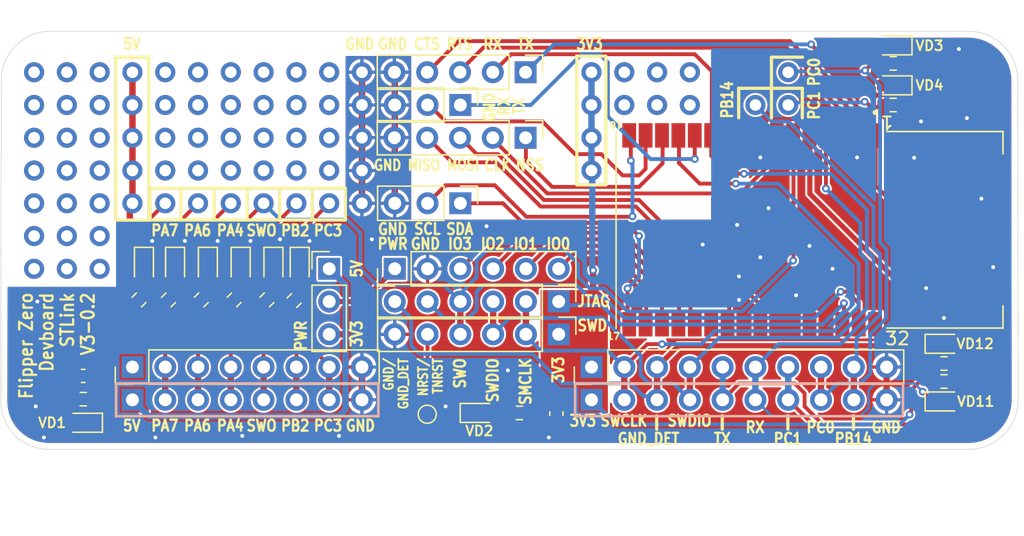
<source format=kicad_pcb>
(kicad_pcb (version 20240108) (generator "pcbnew") (generator_version "8.0")
  (layers (0 "F.Cu" signal) (31 "B.Cu" signal) (34 "B.Paste" user) (35 "F.Paste" user) (36 "B.SilkS" user "B.Silkscreen") (37 "F.SilkS" user "F.Silkscreen") (38 "B.Mask" user) (39 "F.Mask" user) (44 "Edge.Cuts" user))
  (property "SHEETTOTAL" "1")
  (net 0 "")
  (net 1 "GND")
  (net 2 "5V")
  (net 3 "3V3")
  (net 4 "/SWO")
  (net 5 "/PB2")
  (net 6 "/PC3")
  (net 7 "/PA7")
  (net 8 "/PA4")
  (net 9 "/PA6")
  (net 10 "/PB14")
  (net 11 "/UART_RX")
  (net 12 "/UART_TX")
  (net 13 "/PC0")
  (net 14 "/GND_DETECT")
  (net 15 "/SWCLK")
  (net 16 "/SWDIO")
  (net 17 "/PC1")
  (net 18 "Net-(CON6-Pad2)")
  (net 19 "/UART_CTS")
  (net 20 "/UART_RTS")
  (net 21 "/GPIO1")
  (net 22 "/GPIO2")
  (net 23 "/GPIO3")
  (net 24 "/GPIO0")
  (net 25 "/SPI_CLK")
  (net 26 "/SPI_MISO")
  (net 27 "/SPI_MOSI")
  (net 28 "/SPI_NSS")
  (net 29 "/I2C_SCL")
  (net 30 "/I2C_SDA")
  (net 31 "/T_NRST")
  (net 32 "/VCP_TX")
  (net 33 "/VCP_RX")
  (net 34 "/NRST")
  (net 40 "Net-(R1-Pad2)")
  (net 41 "Net-(R2-Pad2)")
  (net 42 "Net-(R3-Pad1)")
  (net 43 "Net-(R4-Pad1)")
  (net 44 "Net-(R5-Pad1)")
  (net 45 "Net-(R6-Pad1)")
  (net 46 "Net-(R7-Pad1)")
  (net 47 "Net-(R8-Pad1)")
  (net 48 "Net-(R9-Pad1)")
  (net 49 "Net-(R10-Pad1)")
  (net 50 "Net-(R11-Pad1)")
  (net 51 "Net-(R12-Pad1)")
  (footprint "LED_SMD:LED_0603_1608Metric" (layer "F.Cu") (at 107.442 106.6038 180)
    (property "Reference" "VD1")
    (property "Value" "BLUE LED")
  )
  (footprint "" (layer "F.Cu") (at 106.172 92.1258)
    (property "Reference" "")
    (property "Value" "")
  )
  (footprint "" (layer "F.Cu") (at 111.252 79.4258)
    (property "Reference" "")
    (property "Value" "")
  )
  (footprint "LED_SMD:LED_0603_1608Metric" (layer "F.Cu") (at 138.1252 105.8418)
    (property "Reference" "VD2")
    (property "Value" "BLUE LED")
  )
  (footprint "LED_SMD:LED_0603_1608Metric" (layer "F.Cu") (at 170.1546 80.4418 180)
    (property "Reference" "VD4")
    (property "Value" "GREEN LED")
  )
  (footprint "Resistor_SMD:R_0603_1608Metric" (layer "F.Cu") (at 170.18 81.9658 180)
    (property "Reference" "R4" (hide yes))
    (property "Value" "1K")
  )
  (footprint "Connector_PinHeader_2.54mm:PinHeader_1x06_P2.54mm_Vertical" (layer "F.Cu") (at 144.272 99.7458 -90)
    (property "Reference" "CON13" (hide yes))
    (property "Value" "DS-1021-1x6")
  )
  (footprint "" (layer "F.Cu") (at 123.952 87.0458)
    (property "Reference" "")
    (property "Value" "")
  )
  (footprint "Resistor_SMD:R_0603_1608Metric" (layer "F.Cu") (at 111.76 97.0788 -135)
    (property "Reference" "R10" (hide yes))
    (property "Value" "1K")
  )
  (footprint "" (layer "F.Cu") (at 162.052 79.4258)
    (property "Reference" "")
    (property "Value" "")
  )
  (footprint "" (layer "F.Cu") (at 151.892 79.4258)
    (property "Reference" "")
    (property "Value" "")
  )
  (footprint "" (layer "F.Cu") (at 108.712 81.9658)
    (property "Reference" "")
    (property "Value" "")
  )
  (footprint "Connector_PinHeader_2.54mm:PinHeader_1x08_P2.54mm_Vertical" (layer "F.Cu") (at 111.252 102.2858 90)
    (property "Reference" "CON2" (hide yes))
    (property "Value" "DS-1021-1x8")
  )
  (footprint "" (layer "F.Cu") (at 123.952 79.4258)
    (property "Reference" "")
    (property "Value" "")
  )
  (footprint "" (layer "F.Cu") (at 121.412 84.5058)
    (property "Reference" "")
    (property "Value" "")
  )
  (footprint "" (layer "F.Cu") (at 159.512 81.9658)
    (property "Reference" "")
    (property "Value" "")
  )
  (footprint "Resistor_SMD:R_0603_1608Metric" (layer "F.Cu") (at 123.7742 97.1296 -135)
    (property "Reference" "R5" (hide yes))
    (property "Value" "1K")
  )
  (footprint "Resistor_SMD:R_0603_1608Metric" (layer "F.Cu") (at 114.046 97.0788 -135)
    (property "Reference" "R9" (hide yes))
    (property "Value" "1K")
  )
  (footprint "" (layer "F.Cu") (at 126.492 84.5058)
    (property "Reference" "")
    (property "Value" "")
  )
  (footprint "" (layer "F.Cu") (at 103.632 84.5058)
    (property "Reference" "")
    (property "Value" "")
  )
  (footprint "Library:MODULE_STLINK-V3MODS" (layer "F.Cu") (at 178.689 91.6432 -90)
    (property "Reference" "MOD1" (hide yes))
    (property "Value" "STLINK-V3MOD")
  )
  (footprint "" (layer "F.Cu") (at 146.812 84.5058)
    (property "Reference" "")
    (property "Value" "")
  )
  (footprint "LED_SMD:LED_0603_1608Metric" (layer "F.Cu") (at 174.1424 104.9528)
    (property "Reference" "VD11")
    (property "Value" "RED LED")
  )
  (footprint "" (layer "F.Cu") (at 118.872 84.5058)
    (property "Reference" "")
    (property "Value" "")
  )
  (footprint "" (layer "F.Cu") (at 126.492 81.9658)
    (property "Reference" "")
    (property "Value" "")
  )
  (footprint "Resistor_SMD:R_0603_1608Metric" (layer "F.Cu") (at 107.442 104.775 180)
    (property "Reference" "R1" (hide yes))
    (property "Value" "1K")
  )
  (footprint "" (layer "F.Cu") (at 126.492 89.5858)
    (property "Reference" "")
    (property "Value" "")
  )
  (footprint "" (layer "F.Cu") (at 126.492 87.0458)
    (property "Reference" "")
    (property "Value" "")
  )
  (footprint "" (layer "F.Cu") (at 103.632 87.0458)
    (property "Reference" "")
    (property "Value" "")
  )
  (footprint "Connector_PinHeader_2.54mm:PinHeader_1x06_P2.54mm_Vertical" (layer "F.Cu") (at 144.272 97.2058 -90)
    (property "Reference" "CON11" (hide yes))
    (property "Value" "DS-1021-1x6")
  )
  (footprint "" (layer "F.Cu") (at 103.632 92.1258)
    (property "Reference" "")
    (property "Value" "")
  )
  (footprint "" (layer "F.Cu") (at 108.712 84.5058)
    (property "Reference" "")
    (property "Value" "")
  )
  (footprint "" (layer "F.Cu") (at 126.492 79.4258)
    (property "Reference" "")
    (property "Value" "")
  )
  (footprint "" (layer "F.Cu") (at 121.412 81.9658)
    (property "Reference" "")
    (property "Value" "")
  )
  (footprint "" (layer "F.Cu") (at 108.712 92.1258)
    (property "Reference" "")
    (property "Value" "")
  )
  (footprint "Resistor_SMD:R_0603_1608Metric" (layer "F.Cu") (at 170.18 78.74 180)
    (property "Reference" "R3" (hide yes))
    (property "Value" "1K")
  )
  (footprint "LED_SMD:LED_0603_1608Metric" (layer "F.Cu") (at 117.094 94.488 -90)
    (property "Reference" "VD8" (hide yes))
    (property "Value" "GREEN LED")
  )
  (footprint "" (layer "F.Cu") (at 111.252 87.0458)
    (property "Reference" "")
    (property "Value" "")
  )
  (footprint "" (layer "F.Cu") (at 116.332 89.5858)
    (property "Reference" "")
    (property "Value" "")
  )
  (footprint "Capacitor_SMD:C_0603_1608Metric" (layer "F.Cu") (at 144.0942 105.8926 90)
    (property "Reference" "C2" (hide yes))
    (property "Value" "1uF")
  )
  (footprint "" (layer "F.Cu") (at 108.712 94.6658)
    (property "Reference" "")
    (property "Value" "")
  )
  (footprint "" (layer "F.Cu") (at 129.032 89.5858)
    (property "Reference" "")
    (property "Value" "")
  )
  (footprint "Connector_PinHeader_2.54mm:PinHeader_1x03_P2.54mm_Vertical" (layer "F.Cu") (at 126.492 94.6658)
    (property "Reference" "CON6" (hide yes))
    (property "Value" "DS-1021-1x3")
  )
  (footprint "" (layer "F.Cu") (at 149.352 81.9658)
    (property "Reference" "")
    (property "Value" "")
  )
  (footprint "" (layer "F.Cu") (at 121.412 79.4258)
    (property "Reference" "")
    (property "Value" "")
  )
  (footprint "" (layer "F.Cu") (at 111.252 89.5858)
    (property "Reference" "")
    (property "Value" "")
  )
  (footprint "" (layer "F.Cu") (at 121.412 89.5858)
    (property "Reference" "")
    (property "Value" "")
  )
  (footprint "" (layer "F.Cu") (at 113.792 87.0458)
    (property "Reference" "")
    (property "Value" "")
  )
  (footprint "Connector_PinHeader_2.54mm:PinHeader_1x05_P2.54mm_Vertical" (layer "F.Cu") (at 141.7066 79.4258 -90)
    (property "Reference" "CON7" (hide yes))
    (property "Value" "DS-1021-1x5")
  )
  (footprint "" (layer "F.Cu") (at 103.632 89.5858)
    (property "Reference" "")
    (property "Value" "")
  )
  (footprint "" (layer "F.Cu") (at 116.332 79.4258)
    (property "Reference" "")
    (property "Value" "")
  )
  (footprint "" (layer "F.Cu") (at 118.872 87.0458)
    (property "Reference" "")
    (property "Value" "")
  )
  (footprint "" (layer "F.Cu") (at 121.412 87.0458)
    (property "Reference" "")
    (property "Value" "")
  )
  (footprint "" (layer "F.Cu") (at 129.032 79.4258)
    (property "Reference" "")
    (property "Value" "")
  )
  (footprint "LED_SMD:LED_0603_1608Metric" (layer "F.Cu") (at 112.141 94.488 -90)
    (property "Reference" "VD10" (hide yes))
    (property "Value" "GREEN LED")
  )
  (footprint "" (layer "F.Cu") (at 103.632 94.6658)
    (property "Reference" "")
    (property "Value" "")
  )
  (footprint "" (layer "F.Cu") (at 162.052 81.9658)
    (property "Reference" "")
    (property "Value" "")
  )
  (footprint "" (layer "F.Cu") (at 116.332 84.5058)
    (property "Reference" "")
    (property "Value" "")
  )
  (footprint "" (layer "F.Cu") (at 149.352 79.4258)
    (property "Reference" "")
    (property "Value" "")
  )
  (footprint "" (layer "F.Cu") (at 118.872 81.9658)
    (property "Reference" "")
    (property "Value" "")
  )
  (footprint "" (layer "F.Cu") (at 113.792 81.9658)
    (property "Reference" "")
    (property "Value" "")
  )
  (footprint "" (layer "F.Cu") (at 106.172 84.5058)
    (property "Reference" "")
    (property "Value" "")
  )
  (footprint "TestPoint:TestPoint_Pad_D1.0mm" (layer "F.Cu") (at 134.0866 105.9434)
    (property "Reference" "TP1" (hide yes))
    (property "Value" "Control_point")
  )
  (footprint "Resistor_SMD:R_0603_1608Metric" (layer "F.Cu") (at 141.224 105.8418 180)
    (property "Reference" "R2" (hide yes))
    (property "Value" "1K")
  )
  (footprint "" (layer "F.Cu") (at 154.432 81.9658)
    (property "Reference" "")
    (property "Value" "")
  )
  (footprint "" (layer "F.Cu") (at 118.872 89.5858)
    (property "Reference" "")
    (property "Value" "")
  )
  (footprint "" (layer "F.Cu") (at 151.892 81.9658)
    (property "Reference" "")
    (property "Value" "")
  )
  (footprint "Resistor_SMD:R_0603_1608Metric" (layer "F.Cu") (at 174.117 103.4034 180)
    (property "Reference" "R11" (hide yes))
    (property "Value" "1K")
  )
  (footprint "LED_SMD:LED_0603_1608Metric" (layer "F.Cu") (at 170.1546 77.343 180)
    (property "Reference" "VD3")
    (property "Value" "GREEN LED")
  )
  (footprint "Resistor_SMD:R_0603_1608Metric" (layer "F.Cu") (at 119.126 97.0788 -135)
    (property "Reference" "R7" (hide yes))
    (property "Value" "1K")
  )
  (footprint "Resistor_SMD:R_0603_1608Metric" (layer "F.Cu") (at 116.586 97.0788 -135)
    (property "Reference" "R8" (hide yes))
    (property "Value" "1K")
  )
  (footprint "" (layer "F.Cu") (at 111.252 81.9658)
    (property "Reference" "")
    (property "Value" "")
  )
  (footprint "Connector_PinHeader_2.54mm:PinHeader_1x03_P2.54mm_Vertical" (layer "F.Cu") (at 136.652 89.5858 -90)
    (property "Reference" "CON10" (hide yes))
    (property "Value" "DS-1021-1x3")
  )
  (footprint "LED_SMD:LED_0603_1608Metric" (layer "F.Cu") (at 114.554 94.488 -90)
    (property "Reference" "VD9" (hide yes))
    (property "Value" "GREEN LED")
  )
  (footprint "Connector_PinHeader_2.54mm:PinHeader_1x10_P2.54mm_Vertical" (layer "F.Cu") (at 146.812 102.2858 90)
    (property "Reference" "CON4" (hide yes))
    (property "Value" "DS-1021-1x10")
  )
  (footprint "" (layer "F.Cu") (at 123.952 84.5058)
    (property "Reference" "")
    (property "Value" "")
  )
  (footprint "" (layer "F.Cu") (at 113.792 79.4258)
    (property "Reference" "")
    (property "Value" "")
  )
  (footprint "" (layer "F.Cu") (at 146.812 79.4258)
    (property "Reference" "")
    (property "Value" "")
  )
  (footprint "Connector_PinHeader_2.54mm:PinHeader_1x05_P2.54mm_Vertical" (layer "F.Cu") (at 141.7066 84.5058 -90)
    (property "Reference" "CON9" (hide yes))
    (property "Value" "DS-1021-1x5")
  )
  (footprint "" (layer "F.Cu") (at 108.712 79.4258)
    (property "Reference" "")
    (property "Value" "")
  )
  (footprint "" (layer "F.Cu") (at 116.332 87.0458)
    (property "Reference" "")
    (property "Value" "")
  )
  (footprint "" (layer "F.Cu") (at 146.812 81.9658)
    (property "Reference" "")
    (property "Value" "")
  )
  (footprint "" (layer "F.Cu") (at 111.252 84.5058)
    (property "Reference" "")
    (property "Value" "")
  )
  (footprint "" (layer "F.Cu") (at 108.712 87.0458)
    (property "Reference" "")
    (property "Value" "")
  )
  (footprint "" (layer "F.Cu") (at 146.812 87.0458)
    (property "Reference" "")
    (property "Value" "")
  )
  (footprint "Resistor_SMD:R_0603_1608Metric" (layer "F.Cu") (at 174.117 102.0064 180)
    (property "Reference" "R12" (hide yes))
    (property "Value" "1K")
  )
  (footprint "" (layer "F.Cu") (at 103.632 79.4258)
    (property "Reference" "")
    (property "Value" "")
  )
  (footprint "LED_SMD:LED_0603_1608Metric" (layer "F.Cu") (at 174.1424 100.4824)
    (property "Reference" "VD12")
    (property "Value" "RED LED")
  )
  (footprint "" (layer "F.Cu") (at 129.032 87.0458)
    (property "Reference" "")
    (property "Value" "")
  )
  (footprint "" (layer "F.Cu") (at 123.952 89.5858)
    (property "Reference" "")
    (property "Value" "")
  )
  (footprint "" (layer "F.Cu") (at 106.172 94.6658)
    (property "Reference" "")
    (property "Value" "")
  )
  (footprint "LED_SMD:LED_0603_1608Metric" (layer "F.Cu") (at 124.206 94.488 -90)
    (property "Reference" "VD5" (hide yes))
    (property "Value" "GREEN LED")
  )
  (footprint "" (layer "F.Cu") (at 118.872 79.4258)
    (property "Reference" "")
    (property "Value" "")
  )
  (footprint "" (layer "F.Cu") (at 113.792 84.5058)
    (property "Reference" "")
    (property "Value" "")
  )
  (footprint "" (layer "F.Cu") (at 123.952 81.9658)
    (property "Reference" "")
    (property "Value" "")
  )
  (footprint "LED_SMD:LED_0603_1608Metric" (layer "F.Cu") (at 122.174 94.488 -90)
    (property "Reference" "VD6" (hide yes))
    (property "Value" "GREEN LED")
  )
  (footprint "LED_SMD:LED_0603_1608Metric" (layer "F.Cu") (at 119.634 94.488 -90)
    (property "Reference" "VD7" (hide yes))
    (property "Value" "GREEN LED")
  )
  (footprint "" (layer "F.Cu") (at 113.792 89.5858)
    (property "Reference" "")
    (property "Value" "")
  )
  (footprint "" (layer "F.Cu") (at 154.432 79.4258)
    (property "Reference" "")
    (property "Value" "")
  )
  (footprint "Resistor_SMD:R_0603_1608Metric" (layer "F.Cu") (at 121.666 97.0788 -135)
    (property "Reference" "R6" (hide yes))
    (property "Value" "1K")
  )
  (footprint "" (layer "F.Cu") (at 106.172 79.4258)
    (property "Reference" "")
    (property "Value" "")
  )
  (footprint "" (layer "F.Cu") (at 106.172 87.0458)
    (property "Reference" "")
    (property "Value" "")
  )
  (footprint "" (layer "F.Cu") (at 129.032 81.9658)
    (property "Reference" "")
    (property "Value" "")
  )
  (footprint "Connector_PinHeader_2.54mm:PinHeader_1x06_P2.54mm_Vertical" (layer "F.Cu") (at 131.572 94.6658 90)
    (property "Reference" "CON8" (hide yes))
    (property "Value" "DS-1021-1x6")
  )
  (footprint "" (layer "F.Cu") (at 103.632 81.9658)
    (property "Reference" "")
    (property "Value" "")
  )
  (footprint "" (layer "F.Cu") (at 116.332 81.9658)
    (property "Reference" "")
    (property "Value" "")
  )
  (footprint "" (layer "F.Cu") (at 129.032 84.5058)
    (property "Reference" "")
    (property "Value" "")
  )
  (footprint "Capacitor_SMD:C_0603_1608Metric" (layer "F.Cu") (at 107.442 102.9716)
    (property "Reference" "C1" (hide yes))
    (property "Value" "1uF")
  )
  (footprint "" (layer "F.Cu") (at 106.172 81.9658)
    (property "Reference" "")
    (property "Value" "")
  )
  (footprint "Connector_PinHeader_2.54mm:PinHeader_1x03_P2.54mm_Vertical" (layer "F.Cu") (at 136.652 81.9658 -90)
    (property "Reference" "CON12" (hide yes))
    (property "Value" "DS-1021-1x3")
  )
  (footprint "" (layer "F.Cu") (at 108.712 89.5858)
    (property "Reference" "")
    (property "Value" "")
  )
  (footprint "" (layer "F.Cu") (at 106.172 89.5858)
    (property "Reference" "")
    (property "Value" "")
  )
  (footprint "Connector_PinHeader_2.54mm:PinHeader_1x08_P2.54mm_Horizontal" (layer "B.Cu") (at 111.252 104.8258 -90)
    (property "Reference" "CON1" (hide yes))
    (property "Value" "DS1022-1*8R")
  )
  (footprint "Library:GITHUB LOGO" (layer "B.Cu") (at 175.354264 104.291967 90)
    (property "Reference" "G***")
    (property "Value" "LOGO" (hide yes))
  )
  (footprint "Connector_PinHeader_2.54mm:PinHeader_1x10_P2.54mm_Horizontal" (layer "B.Cu") (at 146.812 104.8258 -90)
    (property "Reference" "CON3" (hide yes))
    (property "Value" "DS1022-1*10R")
  )
  (gr_poly (pts (xy 142.875 96.3168) (xy 147.32 96.3168) (xy 148.082 97.0788) (xy 148.082 105.8258) (xy 142.875 105.8258)) (fill solid) (layer "F.Cu") (net 3))
  (gr_poly (pts (xy 107.696 101.0158) (xy 112.522 101.0158) (xy 112.522 105.8258) (xy 109.982 105.8258) (xy 109.982 105.2068) (xy 107.696 105.2068)) (fill solid) (layer "F.Cu") (net 2))
  (gr_line (start 145.542 106.0958) (end 170.942 106.0958) (stroke (width 0.2)) (layer "B.SilkS"))
  (gr_line (start 170.942 106.0958) (end 170.942 103.5558) (stroke (width 0.2)) (layer "B.SilkS"))
  (gr_line (start 109.982 106.0958) (end 130.302 106.0958) (stroke (width 0.2)) (layer "B.SilkS"))
  (gr_line (start 109.982 106.0958) (end 109.982 103.5558) (stroke (width 0.2)) (layer "B.SilkS"))
  (gr_line (start 109.982 103.5558) (end 130.302 103.5558) (stroke (width 0.2)) (layer "B.SilkS"))
  (gr_line (start 145.542 103.5558) (end 170.942 103.5558) (stroke (width 0.2)) (layer "B.SilkS"))
  (gr_line (start 145.542 106.0958) (end 145.542 103.5558) (stroke (width 0.2)) (layer "B.SilkS"))
  (gr_line (start 130.302 106.0958) (end 130.302 103.5558) (stroke (width 0.2)) (layer "B.SilkS"))
  (gr_line (start 151.8637 106.0704) (end 151.8637 107.1119) (stroke (width 0.254)) (layer "F.SilkS"))
  (gr_line (start 160.7537 80.6704) (end 160.7537 78.2574) (stroke (width 0.254)) (layer "F.SilkS"))
  (gr_rect (start 112.6207 88.4174) (end 127.7477 90.8809) (stroke (width 0.254)) (fill none) (layer "F.SilkS"))
  (gr_line (start 160.7537 80.6704) (end 160.7537 82.9659) (stroke (width 0.254)) (layer "F.SilkS"))
  (gr_line (start 163.1442 80.6704) (end 163.1442 82.9564) (stroke (width 0.254)) (layer "F.SilkS"))
  (gr_line (start 115.0127 88.4174) (end 115.0127 90.8809) (stroke (width 0.254)) (layer "F.SilkS"))
  (gr_line (start 162.0237 106.0574) (end 162.0237 107.0994) (stroke (width 0.254)) (layer "F.SilkS"))
  (gr_line (start 158.2137 80.6704) (end 160.7537 80.6704) (stroke (width 0.254)) (layer "F.SilkS"))
  (gr_line (start 109.9537 78.2574) (end 109.9537 90.8914) (stroke (width 0.254)) (layer "F.SilkS"))
  (gr_line (start 167.1037 106.0574) (end 167.1037 107.0994) (stroke (width 0.254)) (layer "F.SilkS"))
  (gr_rect (start 145.6767 78.1809) (end 147.9267 88.1634) (stroke (width 0.254)) (fill none) (layer "F.SilkS"))
  (gr_line (start 109.9537 90.8914) (end 112.5172 90.8914) (stroke (width 0.254)) (layer "F.SilkS"))
  (gr_line (start 160.7537 80.6704) (end 163.1442 80.6704) (stroke (width 0.254)) (layer "F.SilkS"))
  (gr_line (start 117.5782 88.4174) (end 117.5782 90.8519) (stroke (width 0.254)) (layer "F.SilkS"))
  (gr_line (start 112.5172 78.2574) (end 109.9537 78.2574) (stroke (width 0.254)) (layer "F.SilkS"))
  (gr_line (start 125.1942 88.4749) (end 125.1942 90.8239) (stroke (width 0.254)) (layer "F.SilkS"))
  (gr_line (start 122.6537 88.4554) (end 122.6537 90.8809) (stroke (width 0.254)) (layer "F.SilkS"))
  (gr_line (start 112.5172 90.8914) (end 112.5172 78.2574) (stroke (width 0.254)) (layer "F.SilkS"))
  (gr_line (start 158.2137 82.9564) (end 158.2137 80.6704) (stroke (width 0.254)) (layer "F.SilkS"))
  (gr_line (start 160.7537 78.2574) (end 163.1667 78.2574) (stroke (width 0.254)) (layer "F.SilkS"))
  (gr_line (start 156.9437 106.0574) (end 156.9437 107.0994) (stroke (width 0.254)) (layer "F.SilkS"))
  (gr_line (start 120.1342 88.4174) (end 120.1342 90.8809) (stroke (width 0.254)) (layer "F.SilkS"))
  (gr_line (start 104.902 76.2508) (end 176.022 76.2508) (stroke (width 0.05)) (layer "Edge.Cuts"))
  (gr_arc (start 104.775 108.6658) (mid 102.15022 107.57858) (end 101.063 104.9538) (stroke (width 0.05)) (layer "Edge.Cuts"))
  (gr_arc (start 176.022 76.2508) (mid 178.716077 77.366723) (end 179.832 80.0608) (stroke (width 0.05)) (layer "Edge.Cuts"))
  (gr_line (start 101.063 104.9538) (end 101.092 80.0608) (stroke (width 0.05)) (layer "Edge.Cuts"))
  (gr_line (start 179.832 80.0608) (end 179.85929 104.82851) (stroke (width 0.05)) (layer "Edge.Cuts"))
  (gr_arc (start 179.85929 104.82851) (mid 178.73537 107.541877) (end 176.022 108.6658) (stroke (width 0.05)) (layer "Edge.Cuts"))
  (gr_arc (start 101.092 80.0608) (mid 102.207923 77.366723) (end 104.902 76.2508) (stroke (width 0.05)) (layer "Edge.Cuts"))
  (gr_line (start 176.022 108.6658) (end 104.775 108.6658) (stroke (width 0.05)) (layer "Edge.Cuts"))
  (gr_text "5V" (at 128.6227 93.8784 90) (layer "F.SilkS") (effects (font (size 0.8535 0.7315) (thickness 0.203)) (justify right)))
  (gr_text "MISO" (at 133.8297 86.6394 0) (layer "F.SilkS") (effects (font (size 0.8 0.686) (thickness 0.203))))
  (gr_text "SWDIO" (at 154.4037 106.4514 0) (layer "F.SilkS") (effects (font (size 0.8535 0.7315) (thickness 0.203))))
  (gr_text "IO2" (at 139.1637 92.7354 0) (layer "F.SilkS") (effects (font (size 0.8535 0.7315) (thickness 0.203))))
  (gr_text "RX" (at 159.4837 106.9594 0) (layer "F.SilkS") (effects (font (size 0.8535 0.7315) (thickness 0.203))))
  (gr_text "RTS" (at 136.6032 77.2599 0) (layer "F.SilkS") (effects (font (size 0.8535 0.7315) (thickness 0.203))))
  (gr_text "SWDIO" (at 139.1637 101.4984 90) (layer "F.SilkS") (effects (font (size 0.8535 0.7315) (thickness 0.203)) (justify right)))
  (gr_text "PA4" (at 119.9867 91.6969 0) (layer "F.SilkS") (effects (font (size 0.8535 0.7315) (thickness 0.203)) (justify right)))
  (gr_text "PB14" (at 157.3247 81.5594 90) (layer "F.SilkS") (effects (font (size 0.8535 0.7315) (thickness 0.203))))
  (gr_text "GND_DET" (at 151.2287 107.8484 0) (layer "F.SilkS") (effects (font (size 0.8535 0.7315) (thickness 0.203))))
  (gr_text "GND" (at 169.6437 106.9594 0) (layer "F.SilkS") (effects (font (size 0.8535 0.7315) (thickness 0.203))))
  (gr_text "5V" (at 111.9857 77.2414 0) (layer "F.SilkS") (effects (font (size 0.8535 0.7315) (thickness 0.203)) (justify right)))
  (gr_text "SWO" (at 122.5267 91.6969 0) (layer "F.SilkS") (effects (font (size 0.8535 0.7315) (thickness 0.203)) (justify right)))
  (gr_text "CLK" (at 139.5447 86.6394 0) (layer "F.SilkS") (effects (font (size 0.8535 0.7315) (thickness 0.203))))
  (gr_text "PB2" (at 125.0667 91.6969 0) (layer "F.SilkS") (effects (font (size 0.8535 0.7315) (thickness 0.203)) (justify right)))
  (gr_text "SWO" (at 136.6237 101.4984 90) (layer "F.SilkS") (effects (font (size 0.8535 0.7315) (thickness 0.203)) (justify right)))
  (gr_text "IO3" (at 136.6237 92.7354 0) (layer "F.SilkS") (effects (font (size 0.8535 0.7315) (thickness 0.203))))
  (gr_text "17" (at 148.5138 99.8982 0) (layer "F.SilkS") (effects (font (size 0.508 0.508) (thickness 0.127))))
  (gr_text "PWR" (at 132.6867 92.7354 0) (layer "F.SilkS") (effects (font (size 0.8535 0.7315) (thickness 0.203)) (justify right)))
  (gr_text "IO1" (at 141.7037 92.7354 0) (layer "F.SilkS") (effects (font (size 0.8535 0.7315) (thickness 0.203))))
  (gr_text "GND" (at 132.1787 86.6394 0) (layer "F.SilkS") (effects (font (size 0.8 0.686) (thickness 0.203)) (justify right)))
  (gr_text "SCL" (at 134.0982 91.5774 0) (layer "F.SilkS") (effects (font (size 0.8535 0.7315) (thickness 0.203))))
  (gr_text "GND" (at 130.1467 106.8324 0) (layer "F.SilkS") (effects (font (size 0.8535 0.7315) (thickness 0.203)) (justify right)))
  (gr_text "3V3" (at 128.6227 98.5774 90) (layer "F.SilkS") (effects (font (size 0.8535 0.7315) (thickness 0.203)) (justify right)))
  (gr_text "PC0" (at 164.5637 106.9594 0) (layer "F.SilkS") (effects (font (size 0.8535 0.7315) (thickness 0.203))))
  (gr_text "GND" (at 138.9097 80.9244 -270) (layer "F.SilkS") (effects (font (size 0.8535 0.7315) (thickness 0.203)) (justify right)))
  (gr_text "SDA" (at 136.6032 91.5929 0) (layer "F.SilkS") (effects (font (size 0.8535 0.7315) (thickness 0.203))))
  (gr_text "PA6" (at 117.4467 106.8324 360) (layer "F.SilkS") (effects (font (size 0.8535 0.7315) (thickness 0.203)) (justify right)))
  (gr_text "NSS" (at 142.0337 86.6394 0) (layer "F.SilkS") (effects (font (size 0.8535 0.7315) (thickness 0.203))))
  (gr_text "TX" (at 156.9437 107.8484 0) (layer "F.SilkS") (effects (font (size 0.8535 0.7315) (thickness 0.203))))
  (gr_text "3V3" (at 147.7997 77.2414 0) (layer "F.SilkS") (effects (font (size 0.8535 0.7315) (thickness 0.203)) (justify right)))
  (gr_text "3V3" (at 146.1487 106.4514 0) (layer "F.SilkS") (effects (font (size 0.8535 0.7315) (thickness 0.203))))
  (gr_text "Flipper Zero\nDevboard\nSTLink\nV3-0.2" (at 108.3818 96.4184 90) (layer "F.SilkS") (effects (font (size 0.9906 0.889) (thickness 0.1778) (bold yes)) (justify right bottom)))
  (gr_text "PC1" (at 162.0237 107.8484 0) (layer "F.SilkS") (effects (font (size 0.8535 0.7315) (thickness 0.203))))
  (gr_text "GND" (at 130.1047 77.2414 0) (layer "F.SilkS") (effects (font (size 0.8535 0.7315) (thickness 0.203)) (justify right)))
  (gr_text "PC0" (at 164.0557 79.4004 90) (layer "F.SilkS") (effects (font (size 0.8535 0.7315) (thickness 0.203))))
  (gr_text "PA7" (at 114.9067 106.8324 360) (layer "F.SilkS") (effects (font (size 0.8535 0.7315) (thickness 0.203)) (justify right)))
  (gr_text "MOSI" (at 136.8777 86.6394 0) (layer "F.SilkS") (effects (font (size 0.8 0.686) (thickness 0.203))))
  (gr_text "RX" (at 139.1637 77.2414 0) (layer "F.SilkS") (effects (font (size 0.8535 0.7315) (thickness 0.203))))
  (gr_text "PC3" (at 127.6067 91.6969 0) (layer "F.SilkS") (effects (font (size 0.8535 0.7315) (thickness 0.203)) (justify right)))
  (gr_text "5V" (at 111.9857 106.8324 0) (layer "F.SilkS") (effects (font (size 0.8535 0.7315) (thickness 0.203)) (justify right)))
  (gr_text "PB2" (at 125.0667 106.8324 0) (layer "F.SilkS") (effects (font (size 0.8535 0.7315) (thickness 0.203)) (justify right)))
  (gr_text "IO0" (at 144.2437 92.7354 0) (layer "F.SilkS") (effects (font (size 0.8535 0.7315) (thickness 0.203))))
  (gr_text "PB14" (at 167.1037 107.8484 0) (layer "F.SilkS") (effects (font (size 0.8535 0.7315) (thickness 0.203))))
  (gr_text "   GND/\nGND_DET" (at 131.6707 101.4984 90) (layer "F.SilkS") (effects (font (size 0.711 0.6095) (thickness 0.203)) (justify right)))
  (gr_text "TX" (at 141.7037 77.2414 0) (layer "F.SilkS") (effects (font (size 0.8535 0.7315) (thickness 0.203))))
  (gr_text "PWR" (at 124.3047 98.5774 90) (layer "F.SilkS") (effects (font (size 0.8535 0.7315) (thickness 0.203)) (justify right)))
  (gr_text "GND" (at 135.1847 92.7354 0) (layer "F.SilkS") (effects (font (size 0.8535 0.7315) (thickness 0.203)) (justify right)))
  (gr_text "PA6" (at 117.4467 91.6969 360) (layer "F.SilkS") (effects (font (size 0.8535 0.7315) (thickness 0.203)) (justify right)))
  (gr_text "3V3" (at 144.2437 101.3714 90) (layer "F.SilkS") (effects (font (size 0.8535 0.7315) (thickness 0.203)) (justify right)))
  (gr_text "PA7" (at 114.9067 91.6969 360) (layer "F.SilkS") (effects (font (size 0.8535 0.7315) (thickness 0.203)) (justify right)))
  (gr_text "PC3" (at 127.6067 106.8324 0) (layer "F.SilkS") (effects (font (size 0.8535 0.7315) (thickness 0.203)) (justify right)))
  (gr_text "CTS" (at 134.0837 77.2414 0) (layer "F.SilkS") (effects (font (size 0.8535 0.7315) (thickness 0.203))))
  (gr_text "SMCLK" (at 141.7032 101.4904 90) (layer "F.SilkS") (effects (font (size 0.8535 0.7315) (thickness 0.203)) (justify right)))
  (gr_text "GND" (at 132.6447 77.2414 0) (layer "F.SilkS") (effects (font (size 0.8535 0.7315) (thickness 0.203)) (justify right)))
  (gr_text "RX" (at 140.0527 82.0674 -270) (layer "F.SilkS") (effects (font (size 0.8535 0.7315) (thickness 0.203))))
  (gr_text "NRST/\nTNRST" (at 134.3377 101.4984 90) (layer "F.SilkS") (effects (font (size 0.711 0.6095) (thickness 0.203)) (justify right)))
  (gr_text "PA4" (at 119.9867 106.8324 0) (layer "F.SilkS") (effects (font (size 0.8535 0.7315) (thickness 0.203)) (justify right)))
  (gr_text "JTAG" (at 148.336 97.1804 0) (layer "F.SilkS") (effects (font (size 0.8535 0.7315) (thickness 0.203)) (justify right)))
  (gr_text "SWD" (at 148.1328 99.06 0) (layer "F.SilkS") (effects (font (size 0.8535 0.7315) (thickness 0.203)) (justify right)))
  (gr_text "SWO" (at 122.5267 106.8324 0) (layer "F.SilkS") (effects (font (size 0.8535 0.7315) (thickness 0.203)) (justify right)))
  (gr_text "GND" (at 132.6447 91.5924 0) (layer "F.SilkS") (effects (font (size 0.8535 0.7315) (thickness 0.203)) (justify right)))
  (gr_text "PC1" (at 164.0552 81.9974 90) (layer "F.SilkS") (effects (font (size 0.8535 0.7315) (thickness 0.203))))
  (gr_text "TX" (at 141.1957 82.0674 90) (layer "F.SilkS") (effects (font (size 0.8535 0.7315) (thickness 0.203))))
  (gr_text "SWCLK" (at 149.3237 106.4514 0) (layer "F.SilkS") (effects (font (size 0.8535 0.7315) (thickness 0.203))))
  (segment (start 131.572 81.9658) (end 131.572 79.4258) (width 0.5) (layer "F.Cu") (net 1))
  (segment (start 169.672 104.8258) (end 169.672 102.2858) (width 0.5) (layer "F.Cu") (net 1))
  (segment (start 131.572 89.5858) (end 131.572 84.5058) (width 0.5) (layer "F.Cu") (net 1))
  (segment (start 140.462 100.84859) (end 140.462 96.11154) (width 0.3) (layer "F.Cu") (net 1))
  (segment (start 159.893 86.0298) (end 159.893 84.34375) (width 0.381) (layer "F.Cu") (net 1))
  (segment (start 158.242 97.0788) (end 158.623 97.4598) (width 0.5) (layer "F.Cu") (net 1))
  (segment (start 129.032 89.5858) (end 129.032 87.0458) (width 0.5) (layer "F.Cu") (net 1))
  (segment (start 129.032 104.8258) (end 129.032 102.2858) (width 0.5) (layer "F.Cu") (net 1))
  (segment (start 129.032 81.9658) (end 129.032 79.4258) (width 0.5) (layer "F.Cu") (net 1))
  (segment (start 140.462 96.11154) (end 140.63774 95.9358) (width 0.3) (layer "F.Cu") (net 1))
  (segment (start 129.032 87.0458) (end 129.032 84.5058) (width 0.5) (layer "F.Cu") (net 1))
  (segment (start 140.63774 95.9358) (end 143.002 95.9358) (width 0.3) (layer "F.Cu") (net 1))
  (segment (start 129.032 84.5058) (end 129.032 81.9658) (width 0.5) (layer "F.Cu") (net 1))
  (segment (start 158.623 98.9838) (end 158.623 97.4598) (width 0.5) (layer "F.Cu") (net 1))
  (segment (start 131.572 84.5058) (end 131.572 81.9658) (width 0.5) (layer "F.Cu") (net 1))
  (via (at 117.856 92.5068) (size 0.6) (drill 0.3) (layers "F.Cu" "B.Cu") (net 1))
  (via (at 129.794 92.3798) (size 0.6) (drill 0.3) (layers "F.Cu" "B.Cu") (net 1))
  (via (at 158.242 97.0788) (size 0.6) (drill 0.3) (layers "F.Cu" "B.Cu") (net 1))
  (via (at 143.51 107.7468) (size 0.6) (drill 0.3) (layers "F.Cu" "B.Cu") (net 1))
  (via (at 103.886 97.2058) (size 0.6) (drill 0.3) (layers "F.Cu" "B.Cu") (net 1))
  (via (at 171.807 86.0538) (size 0.6) (drill 0.3) (layers "F.Cu" "B.Cu") (net 1))
  (via (at 113.03 107.7468) (size 0.6) (drill 0.3) (layers "F.Cu" "B.Cu") (net 1))
  (via (at 177.014 89.2288) (size 0.6) (drill 0.3) (layers "F.Cu" "B.Cu") (net 1))
  (via (at 162.663 96.7218) (size 0.6) (drill 0.3) (layers "F.Cu" "B.Cu") (net 1))
  (via (at 119.761 107.6198) (size 0.6) (drill 0.3) (layers "F.Cu" "B.Cu") (net 1))
  (via (at 159.893 93.7768) (size 0.6) (drill 0.3) (layers "F.Cu" "B.Cu") (net 1))
  (via (at 103.759 105.3338) (size 0.6) (drill 0.3) (layers "F.Cu" "B.Cu") (net 1))
  (via (at 140.335 102.5398) (size 0.6) (drill 0.3) (layers "F.Cu" "B.Cu") (net 1))
  (via (at 158.091 91.2608) (size 0.6) (drill 0.3) (layers "F.Cu" "B.Cu") (net 1))
  (via (at 158.23682 95.25521) (size 0.6) (drill 0.3) (layers "F.Cu" "B.Cu") (net 1))
  (via (at 163.703 92.8878) (size 0.6) (drill 0.3) (layers "F.Cu" "B.Cu") (net 1))
  (via (at 175.895 82.9818) (size 0.6) (drill 0.3) (layers "F.Cu" "B.Cu") (net 1))
  (via (at 124.968 92.5068) (size 0.6) (drill 0.3) (layers "F.Cu" "B.Cu") (net 1))
  (via (at 155.424 92.7848) (size 0.6) (drill 0.3) (layers "F.Cu" "B.Cu") (net 1))
  (via (at 172.339 83.2358) (size 0.6) (drill 0.3) (layers "F.Cu" "B.Cu") (net 1))
  (via (at 174.117 98.4758) (size 0.6) (drill 0.3) (layers "F.Cu" "B.Cu") (net 1))
  (via (at 127.254 107.6198) (size 0.6) (drill 0.3) (layers "F.Cu" "B.Cu") (net 1))
  (via (at 122.682 92.3798) (size 0.6) (drill 0.3) (layers "F.Cu" "B.Cu") (net 1))
  (via (at 177.927 94.5388) (size 0.6) (drill 0.3) (layers "F.Cu" "B.Cu") (net 1))
  (via (at 172.73656 96.16555) (size 0.6) (drill 0.3) (layers "F.Cu" "B.Cu") (net 1))
  (via (at 159.893 86.0298) (size 0.6) (drill 0.3) (layers "F.Cu" "B.Cu") (net 1))
  (via (at 165.481 94.6658) (size 0.6) (drill 0.3) (layers "F.Cu" "B.Cu") (net 1))
  (via (at 160.528 89.9668) (size 0.6) (drill 0.3) (layers "F.Cu" "B.Cu") (net 1))
  (via (at 138.684 91.3638) (size 0.6) (drill 0.3) (layers "F.Cu" "B.Cu") (net 1))
  (via (at 175.27346 77.6255) (size 0.6) (drill 0.3) (layers "F.Cu" "B.Cu") (net 1))
  (via (at 135.509 105.3338) (size 0.6) (drill 0.3) (layers "F.Cu" "B.Cu") (net 1))
  (via (at 115.316 92.5068) (size 0.6) (drill 0.3) (layers "F.Cu" "B.Cu") (net 1))
  (via (at 104.394 107.7468) (size 0.6) (drill 0.3) (layers "F.Cu" "B.Cu") (net 1))
  (via (at 112.776 92.5068) (size 0.6) (drill 0.3) (layers "F.Cu" "B.Cu") (net 1))
  (via (at 167.386 86.0298) (size 0.6) (drill 0.3) (layers "F.Cu" "B.Cu") (net 1))
  (via (at 120.396 92.5068) (size 0.6) (drill 0.3) (layers "F.Cu" "B.Cu") (net 1))
  (segment (start 111.04918 90.93162) (end 111.04918 89.78862) (width 0.5) (layer "F.Cu") (net 2))
  (segment (start 111.252 104.8258) (end 111.252 102.2858) (width 0.5) (layer "F.Cu") (net 2))
  (segment (start 110.363 91.6178) (end 111.04918 90.93162) (width 0.5) (layer "F.Cu") (net 2))
  (segment (start 111.252 81.9658) (end 111.252 79.4258) (width 0.5) (layer "F.Cu") (net 2))
  (segment (start 111.04918 89.78862) (end 111.252 89.5858) (width 0.5) (layer "F.Cu") (net 2))
  (segment (start 111.252 84.5058) (end 111.252 81.9658) (width 0.5) (layer "F.Cu") (net 2))
  (segment (start 110.363 96.6978) (end 110.363 91.6178) (width 0.5) (layer "F.Cu") (net 2))
  (segment (start 111.252 89.5858) (end 111.252 87.0458) (width 0.5) (layer "F.Cu") (net 2))
  (segment (start 109.728 97.3328) (end 110.363 96.6978) (width 0.5) (layer "F.Cu") (net 2))
  (segment (start 111.252 87.0458) (end 111.252 84.5058) (width 0.5) (layer "F.Cu") (net 2))
  (segment (start 109.728 102.1588) (end 109.728 97.3328) (width 0.5) (layer "F.Cu") (net 2))
  (segment (start 127.254 106.0958) (end 127.762 105.5878) (width 0.5) (layer "B.Cu") (net 2))
  (segment (start 126.492 94.6658) (end 127.762 95.9358) (width 0.5) (layer "B.Cu") (net 2))
  (segment (start 111.252 104.8258) (end 112.522 106.0958) (width 0.5) (layer "B.Cu") (net 2))
  (segment (start 127.762 105.5878) (end 127.762 95.9358) (width 0.5) (layer "B.Cu") (net 2))
  (segment (start 112.522 106.0958) (end 127.254 106.0958) (width 0.5) (layer "B.Cu") (net 2))
  (segment (start 143.21 105.4958) (end 143.41 105.2958) (width 0.5) (layer "F.Cu") (net 3))
  (segment (start 140.577 107.2388) (end 141.974 105.8418) (width 0.5) (layer "F.Cu") (net 3))
  (segment (start 171.45 105.9688) (end 171.45 105.94174) (width 0.5) (layer "F.Cu") (net 3))
  (segment (start 143.41 104.9148) (end 143.51 104.9148) (width 0.5) (layer "F.Cu") (net 3))
  (segment (start 130.429 105.4608) (end 130.429 101.2698) (width 0.5) (layer "F.Cu") (net 3))
  (segment (start 126.492 99.7458) (end 128.905 99.7458) (width 0.5) (layer "F.Cu") (net 3))
  (segment (start 141.974 105.8418) (end 142.9171 105.8418) (width 0.5) (layer "F.Cu") (net 3))
  (segment (start 166.291 99.31883) (end 166.37 99.23983) (width 0.3) (layer "F.Cu") (net 3))
  (segment (start 172.20965 103.4288) (end 173.367 103.4288) (width 0.3) (layer "F.Cu") (net 3))
  (segment (start 146.939 102.1588) (end 146.939 94.7928) (width 0.5) (layer "F.Cu") (net 3))
  (segment (start 141.974 105.8418) (end 141.986 105.8298) (width 0.5) (layer "F.Cu") (net 3))
  (segment (start 130.429 105.4608) (end 132.207 107.2388) (width 0.5) (layer "F.Cu") (net 3))
  (segment (start 146.812 104.8258) (end 146.812 102.2858) (width 0.5) (layer "F.Cu") (net 3))
  (segment (start 142.9171 105.8418) (end 143.21 105.5489) (width 0.5) (layer "F.Cu") (net 3))
  (segment (start 146.812 102.2858) (end 146.939 102.1588) (width 0.5) (layer "F.Cu") (net 3))
  (segment (start 171.577 104.06145) (end 172.20965 103.4288) (width 0.3) (layer "F.Cu") (net 3))
  (segment (start 132.207 107.2388) (end 140.577 107.2388) (width 0.5) (layer "F.Cu") (net 3))
  (segment (start 143.21 105.5489) (end 143.21 105.4958) (width 0.5) (layer "F.Cu") (net 3))
  (segment (start 143.51 104.8258) (end 146.812 104.8258) (width 0.5) (layer "F.Cu") (net 3))
  (segment (start 166.37 99.23983) (end 166.37 97.3328) (width 0.3) (layer "F.Cu") (net 3))
  (segment (start 173.367 103.4288) (end 173.367 102.0318) (width 0.3) (layer "F.Cu") (net 3))
  (segment (start 146.8755 94.7293) (end 146.939 94.7928) (width 0.5) (layer "F.Cu") (net 3))
  (segment (start 128.905 99.7458) (end 130.429 101.2698) (width 0.5) (layer "F.Cu") (net 3))
  (segment (start 171.577 105.81474) (end 171.577 104.06145) (width 0.3) (layer "F.Cu") (net 3))
  (segment (start 143.41 105.2958) (end 143.51 105.2958) (width 0.5) (layer "F.Cu") (net 3))
  (via (at 166.37 97.3328) (size 0.6) (drill 0.3) (layers "F.Cu" "B.Cu") (net 3))
  (via (at 146.939 94.7928) (size 0.6) (drill 0.3) (layers "F.Cu" "B.Cu") (net 3))
  (via (at 171.45 105.9688) (size 0.6) (drill 0.3) (layers "F.Cu" "B.Cu") (net 3))
  (segment (start 147.60526 97.49106) (end 149.098 98.9838) (width 0.3) (layer "B.Cu") (net 3))
  (segment (start 146.8755 94.7293) (end 146.8755 87.0458) (width 0.5) (layer "B.Cu") (net 3))
  (segment (start 146.812 87.0458) (end 146.812 84.5058) (width 0.5) (layer "B.Cu") (net 3))
  (segment (start 146.812 81.9658) (end 146.812 79.4258) (width 0.5) (layer "B.Cu") (net 3))
  (segment (start 146.812 84.5058) (end 146.812 81.9658) (width 0.5) (layer "B.Cu") (net 3))
  (segment (start 149.098 98.9838) (end 164.719 98.9838) (width 0.3) (layer "B.Cu") (net 3))
  (segment (start 144.272 97.2058) (end 144.55726 97.49106) (width 0.3) (layer "B.Cu") (net 3))
  (segment (start 144.55726 97.49106) (end 147.60526 97.49106) (width 0.3) (layer "B.Cu") (net 3))
  (segment (start 148.717 106.7308) (end 170.688 106.7308) (width 0.3) (layer "B.Cu") (net 3))
  (segment (start 170.688 106.7308) (end 171.45 105.9688) (width 0.3) (layer "B.Cu") (net 3))
  (segment (start 146.812 104.8258) (end 148.717 106.7308) (width 0.3) (layer "B.Cu") (net 3))
  (segment (start 164.719 98.9838) (end 166.37 97.3328) (width 0.3) (layer "B.Cu") (net 3))
  (segment (start 121.412 104.8258) (end 121.412 102.2858) (width 0.5) (layer "F.Cu") (net 4))
  (segment (start 121.412 102.2858) (end 121.412 100.42546) (width 0.3) (layer "F.Cu") (net 4))
  (segment (start 118.59567 97.11415) (end 118.59567 92.40213) (width 0.3) (layer "F.Cu") (net 4))
  (segment (start 118.52496 97.53842) (end 118.59567 97.60913) (width 0.3) (layer "F.Cu") (net 4))
  (segment (start 162.4582 94.0056) (end 162.4582 84.75198) (width 0.3) (layer "F.Cu") (net 4))
  (segment (start 118.52496 97.18486) (end 118.59567 97.11415) (width 0.3) (layer "F.Cu") (net 4))
  (segment (start 136.652 99.7458) (end 136.652 97.2058) (width 0.5) (layer "F.Cu") (net 4))
  (segment (start 118.59567 97.60913) (end 121.412 100.42546) (width 0.3) (layer "F.Cu") (net 4))
  (segment (start 118.52496 97.53842) (end 118.52496 97.18486) (width 0.3) (layer "F.Cu") (net 4))
  (segment (start 162.433 84.72677) (end 162.4582 84.75198) (width 0.3) (layer "F.Cu") (net 4))
  (segment (start 118.59567 92.40213) (end 121.412 89.5858) (width 0.3) (layer "F.Cu") (net 4))
  (segment (start 162.433 94.0308) (end 162.4582 94.0056) (width 0.3) (layer "F.Cu") (net 4))
  (via (at 162.433 94.0308) (size 0.6) (drill 0.3) (layers "F.Cu" "B.Cu") (net 4))
  (segment (start 137.922 94.0308) (end 138.811 93.1418) (width 0.3) (layer "B.Cu") (net 4))
  (segment (start 121.412 89.5858) (end 122.682 90.8558) (width 0.3) (layer "B.Cu") (net 4))
  (segment (start 147.828 96.1898) (end 149.606 97.9678) (width 0.3) (layer "B.Cu") (net 4))
  (segment (start 145.796 95.3008) (end 145.796 94.2848) (width 0.3) (layer "B.Cu") (net 4))
  (segment (start 137.922 95.3008) (end 137.922 94.0308) (width 0.3) (layer "B.Cu") (net 4))
  (segment (start 122.682 90.8558) (end 127.889 90.8558) (width 0.3) (layer "B.Cu") (net 4))
  (segment (start 136.652 97.2058) (end 136.89309 96.96471) (width 0.3) (layer "B.Cu") (net 4))
  (segment (start 136.89309 96.32971) (end 137.922 95.3008) (width 0.3) (layer "B.Cu") (net 4))
  (segment (start 158.496 97.9678) (end 162.433 94.0308) (width 0.3) (layer "B.Cu") (net 4))
  (segment (start 127.889 90.8558) (end 128.905 91.8718) (width 0.3) (layer "B.Cu") (net 4))
  (segment (start 146.685 96.1898) (end 147.828 96.1898) (width 0.3) (layer "B.Cu") (net 4))
  (segment (start 128.905 94.6658) (end 130.17105 95.93185) (width 0.3) (layer "B.Cu") (net 4))
  (segment (start 136.89309 96.96471) (end 136.89309 96.32971) (width 0.3) (layer "B.Cu") (net 4))
  (segment (start 145.796 95.3008) (end 146.685 96.1898) (width 0.3) (layer "B.Cu") (net 4))
  (segment (start 144.653 93.1418) (end 145.796 94.2848) (width 0.3) (layer "B.Cu") (net 4))
  (segment (start 138.811 93.1418) (end 144.653 93.1418) (width 0.3) (layer "B.Cu") (net 4))
  (segment (start 149.606 97.9678) (end 158.496 97.9678) (width 0.3) (layer "B.Cu") (net 4))
  (segment (start 135.37805 95.93185) (end 136.652 97.2058) (width 0.3) (layer "B.Cu") (net 4))
  (segment (start 128.905 94.6658) (end 128.905 91.8718) (width 0.3) (layer "B.Cu") (net 4))
  (segment (start 130.17105 95.93185) (end 135.37805 95.93185) (width 0.3) (layer "B.Cu") (net 4))
  (segment (start 123.952 102.2858) (end 123.952 100.42546) (width 0.3) (layer "F.Cu") (net 5))
  (segment (start 121.20638 97.67984) (end 121.20638 97.67984) (width 0.3) (layer "F.Cu") (net 5))
  (segment (start 121.06496 97.53842) (end 121.20638 97.67984) (width 0.3) (layer "F.Cu") (net 5))
  (segment (start 121.06496 97.18486) (end 121.13567 97.11415) (width 0.3) (layer "F.Cu") (net 5))
  (segment (start 121.20638 97.67984) (end 123.952 100.42546) (width 0.3) (layer "F.Cu") (net 5))
  (segment (start 123.952 104.8258) (end 123.952 102.2858) (width 0.5) (layer "F.Cu") (net 5))
  (segment (start 121.06496 97.53842) (end 121.06496 97.18486) (width 0.3) (layer "F.Cu") (net 5))
  (segment (start 121.13567 92.40213) (end 123.952 89.5858) (width 0.3) (layer "F.Cu") (net 5))
  (segment (start 121.13567 97.11415) (end 121.13567 92.40213) (width 0.3) (layer "F.Cu") (net 5))
  (segment (start 123.16767 97.11415) (end 123.16767 92.91013) (width 0.3) (layer "F.Cu") (net 6))
  (segment (start 123.09696 97.18486) (end 123.16767 97.11415) (width 0.3) (layer "F.Cu") (net 6))
  (segment (start 123.16767 98.83447) (end 123.16767 97.60913) (width 0.3) (layer "F.Cu") (net 6))
  (segment (start 126.492 102.2858) (end 126.492 102.1588) (width 0.3) (layer "F.Cu") (net 6))
  (segment (start 123.16767 98.83447) (end 126.492 102.1588) (width 0.3) (layer "F.Cu") (net 6))
  (segment (start 123.16767 92.91013) (end 126.492 89.5858) (width 0.3) (layer "F.Cu") (net 6))
  (segment (start 123.09696 97.53842) (end 123.16767 97.60913) (width 0.3) (layer "F.Cu") (net 6))
  (segment (start 123.09696 97.53842) (end 123.09696 97.18486) (width 0.3) (layer "F.Cu") (net 6))
  (segment (start 126.492 104.8258) (end 126.492 102.2858) (width 0.5) (layer "F.Cu") (net 6))
  (segment (start 111.22967 92.14813) (end 113.792 89.5858) (width 0.3) (layer "F.Cu") (net 7))
  (segment (start 113.792 104.8258) (end 113.792 102.2858) (width 0.5) (layer "F.Cu") (net 7))
  (segment (start 111.15896 97.53842) (end 111.15896 97.18486) (width 0.3) (layer "F.Cu") (net 7))
  (segment (start 111.22967 97.60913) (end 113.792 100.17146) (width 0.3) (layer "F.Cu") (net 7))
  (segment (start 113.792 102.2858) (end 113.792 100.17146) (width 0.3) (layer "F.Cu") (net 7))
  (segment (start 111.15896 97.18486) (end 111.22967 97.11415) (width 0.3) (layer "F.Cu") (net 7))
  (segment (start 111.15896 97.53842) (end 111.22967 97.60913) (width 0.3) (layer "F.Cu") (net 7))
  (segment (start 111.22967 97.11415) (end 111.22967 92.14813) (width 0.3) (layer "F.Cu") (net 7))
  (segment (start 116.05567 97.60913) (end 118.872 100.42546) (width 0.3) (layer "F.Cu") (net 8))
  (segment (start 115.98496 97.18486) (end 116.05567 97.11415) (width 0.3) (layer "F.Cu") (net 8))
  (segment (start 118.872 102.2858) (end 118.872 100.42546) (width 0.3) (layer "F.Cu") (net 8))
  (segment (start 116.05567 92.40213) (end 118.872 89.5858) (width 0.3) (layer "F.Cu") (net 8))
  (segment (start 115.98496 97.53842) (end 115.98496 97.18486) (width 0.3) (layer "F.Cu") (net 8))
  (segment (start 118.872 104.8258) (end 118.872 102.2858) (width 0.5) (layer "F.Cu") (net 8))
  (segment (start 116.05567 97.11415) (end 116.05567 92.40213) (width 0.3) (layer "F.Cu") (net 8))
  (segment (start 115.98496 97.53842) (end 116.05567 97.60913) (width 0.3) (layer "F.Cu") (net 8))
  (segment (start 113.44496 97.53842) (end 113.44496 97.18486) (width 0.3) (layer "F.Cu") (net 9))
  (segment (start 113.51567 97.11415) (end 113.51567 92.40213) (width 0.3) (layer "F.Cu") (net 9))
  (segment (start 113.44496 97.18486) (end 113.51567 97.11415) (width 0.3) (layer "F.Cu") (net 9))
  (segment (start 113.51567 92.40213) (end 116.332 89.5858) (width 0.3) (layer "F.Cu") (net 9))
  (segment (start 116.332 104.8258) (end 116.332 102.2858) (width 0.5) (layer "F.Cu") (net 9))
  (segment (start 116.332 102.2858) (end 116.332 100.42546) (width 0.3) (layer "F.Cu") (net 9))
  (segment (start 113.51567 97.60913) (end 116.332 100.42546) (width 0.3) (layer "F.Cu") (net 9))
  (segment (start 113.44496 97.53842) (end 113.51567 97.60913) (width 0.3) (layer "F.Cu") (net 9))
  (segment (start 167.132 104.8258) (end 167.132 102.2858) (width 0.5) (layer "F.Cu") (net 10))
  (segment (start 167.132 102.2858) (end 167.339 102.0788) (width 0.3) (layer "B.Cu") (net 10))
  (segment (start 162.052 83.2358) (end 168.656 89.8398) (width 0.3) (layer "B.Cu") (net 10))
  (segment (start 167.339 100.0468) (end 169.164 98.2218) (width 0.3) (layer "B.Cu") (net 10))
  (segment (start 168.656 93.0148) (end 168.656 89.8398) (width 0.3) (layer "B.Cu") (net 10))
  (segment (start 168.656 93.0148) (end 169.164 93.5228) (width 0.3) (layer "B.Cu") (net 10))
  (segment (start 159.512 81.9658) (end 160.782 83.2358) (width 0.3) (layer "B.Cu") (net 10))
  (segment (start 160.782 83.2358) (end 162.052 83.2358) (width 0.3) (layer "B.Cu") (net 10))
  (segment (start 167.339 102.0788) (end 167.339 100.0468) (width 0.3) (layer "B.Cu") (net 10))
  (segment (start 169.164 98.2218) (end 169.164 93.5228) (width 0.3) (layer "B.Cu") (net 10))
  (segment (start 154.813 78.0288) (end 156.131 79.3468) (width 0.3) (layer "F.Cu") (net 11))
  (segment (start 156.131 84.34375) (end 156.131 79.3468) (width 0.3) (layer "F.Cu") (net 11))
  (segment (start 140.589 78.0288) (end 154.813 78.0288) (width 0.3) (layer "F.Cu") (net 11))
  (segment (start 139.192 79.4258) (end 140.589 78.0288) (width 0.3) (layer "F.Cu") (net 11))
  (segment (start 172.5421 104.1908) (end 173.30944 104.95814) (width 0.2) (layer "F.Cu") (net 11))
  (segment (start 157.48 87.2998) (end 158.623 87.2998) (width 0.3) (layer "F.Cu") (net 11))
  (segment (start 172.466 104.1908) (end 172.5421 104.1908) (width 0.2) (layer "F.Cu") (net 11))
  (segment (start 156.083 85.9028) (end 157.48 87.2998) (width 0.3) (layer "F.Cu") (net 11))
  (segment (start 139.192 79.4258) (end 139.192 79.4258) (width 0.3) (layer "F.Cu") (net 11))
  (segment (start 156.083 85.9028) (end 156.083 84.34375) (width 0.3) (layer "F.Cu") (net 11))
  (via (at 172.466 104.1908) (size 0.6) (drill 0.3) (layers "F.Cu" "B.Cu") (net 11))
  (via (at 158.623 87.2998) (size 0.6) (drill 0.3) (layers "F.Cu" "B.Cu") (net 11))
  (segment (start 159.512 104.8258) (end 160.782 106.0958) (width 0.2) (layer "B.Cu") (net 11))
  (segment (start 158.623 87.2998) (end 158.62724 87.29556) (width 0.3) (layer "B.Cu") (net 11))
  (segment (start 168.656 97.9678) (end 168.656 93.7768) (width 0.3) (layer "B.Cu") (net 11))
  (segment (start 168.148 93.2688) (end 168.148 90.0938) (width 0.3) (layer "B.Cu") (net 11))
  (segment (start 158.62724 87.29556) (end 165.34976 87.29556) (width 0.3) (layer "B.Cu") (net 11))
  (segment (start 165.34976 87.29556) (end 168.148 90.0938) (width 0.3) (layer "B.Cu") (net 11))
  (segment (start 159.512 104.8258) (end 159.512 102.2858) (width 0.5) (layer "B.Cu") (net 11))
  (segment (start 160.782 106.0958) (end 167.64 106.0958) (width 0.2) (layer "B.Cu") (net 11))
  (segment (start 168.275 104.0638) (end 168.783 103.5558) (width 0.2) (layer "B.Cu") (net 11))
  (segment (start 159.512 102.2858) (end 161.29 100.5078) (width 0.3) (layer "B.Cu") (net 11))
  (segment (start 168.148 93.2688) (end 168.656 93.7768) (width 0.3) (layer "B.Cu") (net 11))
  (segment (start 166.116 100.5078) (end 168.656 97.9678) (width 0.3) (layer "B.Cu") (net 11))
  (segment (start 168.783 103.5558) (end 171.831 103.5558) (width 0.2) (layer "B.Cu") (net 11))
  (segment (start 161.29 100.5078) (end 166.116 100.5078) (width 0.3) (layer "B.Cu") (net 11))
  (segment (start 168.275 105.4608) (end 168.275 104.0638) (width 0.2) (layer "B.Cu") (net 11))
  (segment (start 167.64 106.0958) (end 168.275 105.4608) (width 0.2) (layer "B.Cu") (net 11))
  (segment (start 171.831 103.5558) (end 172.466 104.1908) (width 0.2) (layer "B.Cu") (net 11))
  (segment (start 177.165 100.5078) (end 177.165 99.7458) (width 0.3) (layer "F.Cu") (net 12))
  (segment (start 163.83 77.28269) (end 164.465 77.91769) (width 0.3) (layer "F.Cu") (net 12))
  (segment (start 168.831 88.2368) (end 168.831 84.67877) (width 0.3) (layer "F.Cu") (net 12))
  (segment (start 163.322 105.3338) (end 163.322 104.3178) (width 0.3) (layer "F.Cu") (net 12))
  (segment (start 163.83 77.28269) (end 163.83 77.2668) (width 0.3) (layer "F.Cu") (net 12))
  (segment (start 168.831 88.2368) (end 177.165 96.5708) (width 0.3) (layer "F.Cu") (net 12))
  (segment (start 164.719 106.7308) (end 175.006 106.7308) (width 0.3) (layer "F.Cu") (net 12))
  (segment (start 163.322 105.3338) (end 164.719 106.7308) (width 0.3) (layer "F.Cu") (net 12))
  (segment (start 168.44927 84.01002) (end 168.44927 83.15607) (width 0.3) (layer "F.Cu") (net 12))
  (segment (start 168.44927 84.01002) (end 168.783 84.34375) (width 0.3) (layer "F.Cu") (net 12))
  (segment (start 177.165 99.7458) (end 177.165 96.5708) (width 0.3) (layer "F.Cu") (net 12))
  (segment (start 177.165 104.5718) (end 177.165 100.5078) (width 0.3) (layer "F.Cu") (net 12))
  (segment (start 162.56 103.5558) (end 163.322 104.3178) (width 0.3) (layer "F.Cu") (net 12))
  (segment (start 173.30944 100.51314) (end 174.07679 99.7458) (width 0.2) (layer "F.Cu") (net 12))
  (segment (start 158.242 103.5558) (end 162.56 103.5558) (width 0.3) (layer "F.Cu") (net 12))
  (segment (start 164.465 79.1718) (end 168.44927 83.15607) (width 0.3) (layer "F.Cu") (net 12))
  (segment (start 156.972 104.8258) (end 158.242 103.5558) (width 0.3) (layer "F.Cu") (net 12))
  (segment (start 164.465 79.1718) (end 164.465 77.91769) (width 0.3) (layer "F.Cu") (net 12))
  (segment (start 174.07679 99.7458) (end 177.165 99.7458) (width 0.2) (layer "F.Cu") (net 12))
  (segment (start 175.006 106.7308) (end 177.165 104.5718) (width 0.3) (layer "F.Cu") (net 12))
  (via (at 163.83 77.2668) (size 0.6) (drill 0.3) (layers "F.Cu" "B.Cu") (net 12))
  (segment (start 143.891 77.2668) (end 163.83 77.2668) (width 0.3) (layer "B.Cu") (net 12))
  (segment (start 141.732 79.4258) (end 143.891 77.2668) (width 0.3) (layer "B.Cu") (net 12))
  (segment (start 156.972 104.8258) (end 156.972 102.2858) (width 0.5) (layer "B.Cu") (net 12))
  (segment (start 168.00372 79.28686) (end 168.49979 78.7908) (width 0.3) (layer "F.Cu") (net 13))
  (segment (start 169.18 78.7908) (end 169.303 78.9138) (width 0.3) (layer "F.Cu") (net 13))
  (segment (start 168.49979 78.7908) (end 169.18 78.7908) (width 0.3) (layer "F.Cu") (net 13))
  (segment (start 164.592 104.8258) (end 164.592 102.2858) (width 0.5) (layer "F.Cu") (net 13))
  (segment (start 169.303 79.0178) (end 169.303 78.9138) (width 0.3) (layer "F.Cu") (net 13))
  (via (at 168.00372 79.28686) (size 0.6) (drill 0.3) (layers "F.Cu" "B.Cu") (net 13))
  (segment (start 162.12147 79.35633) (end 167.93425 79.35633) (width 0.3) (layer "B.Cu") (net 13))
  (segment (start 169.164 86.6648) (end 169.164 80.44714) (width 0.3) (layer "B.Cu") (net 13))
  (segment (start 169.164 92.6338) (end 169.164 86.6648) (width 0.3) (layer "B.Cu") (net 13))
  (segment (start 165.862 103.5558) (end 167.64 103.5558) (width 0.3) (layer "B.Cu") (net 13))
  (segment (start 164.592 102.2858) (end 164.846 102.2858) (width 0.3) (layer "B.Cu") (net 13))
  (segment (start 169.164 92.6338) (end 169.672 93.1418) (width 0.3) (layer "B.Cu") (net 13))
  (segment (start 168.402 99.7458) (end 169.672 98.4758) (width 0.3) (layer "B.Cu") (net 13))
  (segment (start 167.64 103.5558) (end 168.402 102.7938) (width 0.3) (layer "B.Cu") (net 13))
  (segment (start 168.00372 79.28686) (end 169.164 80.44714) (width 0.3) (layer "B.Cu") (net 13))
  (segment (start 169.672 98.4758) (end 169.672 93.1418) (width 0.3) (layer "B.Cu") (net 13))
  (segment (start 168.402 102.7938) (end 168.402 99.7458) (width 0.3) (layer "B.Cu") (net 13))
  (segment (start 164.592 104.8258) (end 165.862 103.5558) (width 0.3) (layer "B.Cu") (net 13))
  (segment (start 151.892 102.2858) (end 153.543 100.6348) (width 0.4) (layer "F.Cu") (net 14))
  (segment (start 153.543 100.6348) (end 169.164 100.6348) (width 0.4) (layer "F.Cu") (net 14))
  (segment (start 163.7284 88.8492) (end 170.434 95.5548) (width 0.4) (layer "F.Cu") (net 14))
  (segment (start 170.434 99.3648) (end 170.434 95.5548) (width 0.4) (layer "F.Cu") (net 14))
  (segment (start 163.703 84.34375) (end 163.7284 84.36915) (width 0.4) (layer "F.Cu") (net 14))
  (segment (start 169.164 100.6348) (end 170.434 99.3648) (width 0.4) (layer "F.Cu") (net 14))
  (segment (start 151.892 104.8258) (end 151.892 102.2858) (width 0.5) (layer "F.Cu") (net 14))
  (segment (start 163.7284 88.8492) (end 163.7284 84.36915) (width 0.4) (layer "F.Cu") (net 14))
  (segment (start 144.526 103.5558) (end 149.86 103.5558) (width 0.3) (layer "B.Cu") (net 14))
  (segment (start 142.24 101.2698) (end 144.526 103.5558) (width 0.3) (layer "B.Cu") (net 14))
  (segment (start 133.477 101.2698) (end 142.24 101.2698) (width 0.3) (layer "B.Cu") (net 14))
  (segment (start 150.85641 104.55221) (end 151.61841 104.55221) (width 0.3) (layer "B.Cu") (net 14))
  (segment (start 149.86 103.5558) (end 150.85641 104.55221) (width 0.3) (layer "B.Cu") (net 14))
  (segment (start 131.572 97.2058) (end 132.842 98.4758) (width 0.3) (layer "B.Cu") (net 14))
  (segment (start 132.842 100.6348) (end 132.842 98.4758) (width 0.3) (layer "B.Cu") (net 14))
  (segment (start 132.842 100.6348) (end 133.477 101.2698) (width 0.3) (layer "B.Cu") (net 14))
  (segment (start 151.61841 104.55221) (end 151.892 104.8258) (width 0.3) (layer "B.Cu") (net 14))
  (segment (start 141.732 99.7458) (end 141.732 97.2058) (width 0.5) (layer "F.Cu") (net 15))
  (segment (start 153.591 86.4588) (end 153.591 84.67877) (width 0.3) (layer "F.Cu") (net 15))
  (segment (start 149.352 102.2858) (end 151.13 100.5078) (width 0.3) (layer "F.Cu") (net 15))
  (segment (start 153.591 86.4588) (end 155.194 88.0618) (width 0.3) (layer "F.Cu") (net 15))
  (segment (start 151.13 100.5078) (end 152.273 100.5078) (width 0.3) (layer "F.Cu") (net 15))
  (segment (start 155.194 88.0618) (end 157.988 88.0618) (width 0.3) (layer "F.Cu") (net 15))
  (segment (start 149.352 104.8258) (end 149.352 102.2858) (width 0.5) (layer "F.Cu") (net 15))
  (via (at 152.273 100.5078) (size 0.6) (drill 0.3) (layers "F.Cu" "B.Cu") (net 15))
  (via (at 157.988 88.0618) (size 0.6) (drill 0.3) (layers "F.Cu" "B.Cu") (net 15))
  (segment (start 165.608 99.4918) (end 167.513 97.5868) (width 0.3) (layer "B.Cu") (net 15))
  (segment (start 142.875 101.0158) (end 148.082 101.0158) (width 0.3) (layer "B.Cu") (net 15))
  (segment (start 167.513 97.5868) (end 167.513 94.2848) (width 0.3) (layer "B.Cu") (net 15))
  (segment (start 157.988 88.0618) (end 161.29 88.0618) (width 0.3) (layer "B.Cu") (net 15))
  (segment (start 161.29 88.0618) (end 167.513 94.2848) (width 0.3) (layer "B.Cu") (net 15))
  (segment (start 141.732 99.8728) (end 142.875 101.0158) (width 0.3) (layer "B.Cu") (net 15))
  (segment (start 148.082 101.0158) (end 149.352 102.2858) (width 0.3) (layer "B.Cu") (net 15))
  (segment (start 155.321 100.5078) (end 156.337 99.4918) (width 0.3) (layer "B.Cu") (net 15))
  (segment (start 152.273 100.5078) (end 155.321 100.5078) (width 0.3) (layer "B.Cu") (net 15))
  (segment (start 156.337 99.4918) (end 165.608 99.4918) (width 0.3) (layer "B.Cu") (net 15))
  (segment (start 141.732 99.8728) (end 141.732 99.7458) (width 0.3) (layer "B.Cu") (net 15))
  (segment (start 164.973 88.4428) (end 164.973 84.88477) (width 0.3) (layer "F.Cu") (net 16))
  (segment (start 139.192 99.7458) (end 139.192 97.2058) (width 0.5) (layer "F.Cu") (net 16))
  (segment (start 154.432 104.8258) (end 154.432 102.2858) (width 0.5) (layer "F.Cu") (net 16))
  (via (at 164.973 88.4428) (size 0.6) (drill 0.3) (layers "F.Cu" "B.Cu") (net 16))
  (segment (start 165.862 99.9998) (end 168.148 97.7138) (width 0.3) (layer "B.Cu") (net 16))
  (segment (start 154.432 102.2858) (end 156.718 99.9998) (width 0.3) (layer "B.Cu") (net 16))
  (segment (start 150.622 102.9208) (end 150.622 101.3968) (width 0.3) (layer "B.Cu") (net 16))
  (segment (start 164.973 88.4428) (end 167.64 91.1098) (width 0.3) (layer "B.Cu") (net 16))
  (segment (start 151.257 103.5558) (end 153.162 103.5558) (width 0.3) (layer "B.Cu") (net 16))
  (segment (start 147.701 98.4758) (end 150.622 101.3968) (width 0.3) (layer "B.Cu") (net 16))
  (segment (start 156.718 99.9998) (end 165.862 99.9998) (width 0.3) (layer "B.Cu") (net 16))
  (segment (start 167.64 93.5228) (end 168.148 94.0308) (width 0.3) (layer "B.Cu") (net 16))
  (segment (start 139.192 99.7458) (end 140.462 98.4758) (width 0.3) (layer "B.Cu") (net 16))
  (segment (start 167.64 93.5228) (end 167.64 91.1098) (width 0.3) (layer "B.Cu") (net 16))
  (segment (start 140.462 98.4758) (end 147.701 98.4758) (width 0.3) (layer "B.Cu") (net 16))
  (segment (start 168.148 97.7138) (end 168.148 94.0308) (width 0.3) (layer "B.Cu") (net 16))
  (segment (start 153.162 103.5558) (end 154.432 104.8258) (width 0.3) (layer "B.Cu") (net 16))
  (segment (start 150.622 102.9208) (end 151.257 103.5558) (width 0.3) (layer "B.Cu") (net 16))
  (segment (start 169.799 88.3158) (end 169.799 83.2358) (width 0.3) (layer "F.Cu") (net 17))
  (segment (start 169.799 88.3158) (end 177.927 96.4438) (width 0.3) (layer "F.Cu") (net 17))
  (segment (start 162.052 102.2858) (end 162.052 102.1588) (width 0.3) (layer "F.Cu") (net 17))
  (segment (start 175.387 107.2388) (end 177.927 104.6988) (width 0.3) (layer "F.Cu") (net 17))
  (segment (start 168.46436 82.1198) (end 169.43 82.1198) (width 0.3) (layer "F.Cu") (net 17))
  (segment (start 164.465 107.2388) (end 175.387 107.2388) (width 0.3) (layer "F.Cu") (net 17))
  (segment (start 162.052 104.8258) (end 164.465 107.2388) (width 0.3) (layer "F.Cu") (net 17))
  (segment (start 168.05636 81.7118) (end 168.46436 82.1198) (width 0.3) (layer "F.Cu") (net 17))
  (segment (start 169.43 82.8668) (end 169.799 83.2358) (width 0.3) (layer "F.Cu") (net 17))
  (segment (start 177.927 104.6988) (end 177.927 96.4438) (width 0.3) (layer "F.Cu") (net 17))
  (segment (start 169.43 82.8668) (end 169.43 82.1198) (width 0.3) (layer "F.Cu") (net 17))
  (segment (start 167.97518 81.7118) (end 168.05636 81.7118) (width 0.3) (layer "F.Cu") (net 17))
  (via (at 167.97518 81.7118) (size 0.6) (drill 0.3) (layers "F.Cu" "B.Cu") (net 17))
  (segment (start 162.052 104.8258) (end 162.052 102.2858) (width 0.5) (layer "B.Cu") (net 17))
  (segment (start 162.052 102.2858) (end 162.052 102.1588) (width 0.3) (layer "B.Cu") (net 17))
  (segment (start 162.32728 81.7692) (end 167.91778 81.7692) (width 0.3) (layer "B.Cu") (net 17))
  (segment (start 162.13068 81.9658) (end 162.32728 81.7692) (width 0.3) (layer "B.Cu") (net 17))
  (segment (start 167.91778 81.7692) (end 167.97518 81.7118) (width 0.3) (layer "B.Cu") (net 17))
  (segment (start 126.492 97.2058) (end 129.032 97.2058) (width 0.4) (layer "F.Cu") (net 18))
  (segment (start 129.032 97.2058) (end 131.572 94.6658) (width 0.4) (layer "F.Cu") (net 18))
  (segment (start 161.54401 77.0128) (end 162.17901 77.0128) (width 0.3) (layer "F.Cu") (net 19))
  (segment (start 167.17927 84.29704) (end 167.17927 82.64807) (width 0.3) (layer "F.Cu") (net 19))
  (segment (start 161.544 77.0128) (end 161.54401 77.0128) (width 0.3) (layer "F.Cu") (net 19))
  (segment (start 163.957 79.4258) (end 163.957 78.7908) (width 0.3) (layer "F.Cu") (net 19))
  (segment (start 163.957 79.4258) (end 167.17927 82.64807) (width 0.3) (layer "F.Cu") (net 19))
  (segment (start 162.17901 77.0128) (end 163.957 78.7908) (width 0.3) (layer "F.Cu") (net 19))
  (segment (start 134.112 79.4258) (end 136.525 77.0128) (width 0.3) (layer "F.Cu") (net 19))
  (segment (start 136.525 77.0128) (end 161.544 77.0128) (width 0.3) (layer "F.Cu") (net 19))
  (segment (start 167.17927 84.29704) (end 167.561 84.67877) (width 0.3) (layer "F.Cu") (net 19))
  (segment (start 163.449 79.6798) (end 166.12673 82.35753) (width 0.3) (layer "F.Cu") (net 20))
  (segment (start 138.43 77.5208) (end 161.925 77.5208) (width 0.3) (layer "F.Cu") (net 20))
  (segment (start 136.652 79.4258) (end 136.652 79.2988) (width 0.3) (layer "F.Cu") (net 20))
  (segment (start 166.12673 84.5145) (end 166.12673 82.35753) (width 0.3) (layer "F.Cu") (net 20))
  (segment (start 136.652 79.2988) (end 138.43 77.5208) (width 0.3) (layer "F.Cu") (net 20))
  (segment (start 161.925 77.5208) (end 163.449 79.0448) (width 0.3) (layer "F.Cu") (net 20))
  (segment (start 166.12673 84.5145) (end 166.291 84.67877) (width 0.3) (layer "F.Cu") (net 20))
  (segment (start 163.449 79.6798) (end 163.449 79.0448) (width 0.3) (layer "F.Cu") (net 20))
  (segment (start 148.717 92.8878) (end 152.273 96.4438) (width 0.3) (layer "F.Cu") (net 21))
  (segment (start 143.51 92.8878) (end 148.717 92.8878) (width 0.3) (layer "F.Cu") (net 21))
  (segment (start 141.732 94.6658) (end 143.51 92.8878) (width 0.3) (layer "F.Cu") (net 21))
  (segment (start 152.273 99.27082) (end 152.273 98.9838) (width 0.3) (layer "F.Cu") (net 21))
  (segment (start 152.273 98.9838) (end 152.273 96.4438) (width 0.3) (layer "F.Cu") (net 21))
  (segment (start 139.192 94.6658) (end 141.478 92.3798) (width 0.3) (layer "F.Cu") (net 22))
  (segment (start 141.478 92.3798) (end 148.971 92.3798) (width 0.3) (layer "F.Cu") (net 22))
  (segment (start 153.591 99.31883) (end 153.591 96.9998) (width 0.3) (layer "F.Cu") (net 22))
  (segment (start 148.971 92.3798) (end 153.591 96.9998) (width 0.3) (layer "F.Cu") (net 22))
  (segment (start 154.47595 98.93377) (end 154.47595 97.12275) (width 0.3) (layer "F.Cu") (net 23))
  (segment (start 136.652 94.6658) (end 139.446 91.8718) (width 0.3) (layer "F.Cu") (net 23))
  (segment (start 139.446 91.8718) (end 149.225 91.8718) (width 0.3) (layer "F.Cu") (net 23))
  (segment (start 154.47595 98.93377) (end 154.861 99.31883) (width 0.3) (layer "F.Cu") (net 23))
  (segment (start 149.225 91.8718) (end 154.47595 97.12275) (width 0.3) (layer "F.Cu") (net 23))
  (segment (start 145.542 93.3958) (end 148.336 93.3958) (width 0.3) (layer "F.Cu") (net 24))
  (segment (start 148.336 93.3958) (end 151.051 96.1108) (width 0.3) (layer "F.Cu") (net 24))
  (segment (start 144.272 94.6658) (end 145.542 93.3958) (width 0.3) (layer "F.Cu") (net 24))
  (segment (start 151.051 99.31883) (end 151.051 96.1108) (width 0.3) (layer "F.Cu") (net 24))
  (segment (start 139.192 84.6328) (end 139.192 84.5058) (width 0.3) (layer "F.Cu") (net 25))
  (segment (start 161.29 85.9028) (end 161.29 84.75777) (width 0.3) (layer "F.Cu") (net 25))
  (segment (start 139.192 84.6328) (end 143.383 88.8238) (width 0.3) (layer "F.Cu") (net 25))
  (segment (start 143.383 88.8238) (end 158.369 88.8238) (width 0.3) (layer "F.Cu") (net 25))
  (segment (start 158.369 88.8238) (end 161.29 85.9028) (width 0.3) (layer "F.Cu") (net 25))
  (segment (start 161.211 84.67877) (end 161.29 84.75777) (width 0.3) (layer "F.Cu") (net 25))
  (segment (start 150.241 89.8398) (end 157.48 97.0788) (width 0.3) (layer "F.Cu") (net 26))
  (segment (start 139.446 86.4108) (end 142.875 89.8398) (width 0.3) (layer "F.Cu") (net 26))
  (segment (start 157.48 99.23983) (end 157.48 97.0788) (width 0.3) (layer "F.Cu") (net 26))
  (segment (start 157.401 99.31883) (end 157.48 99.23983) (width 0.3) (layer "F.Cu") (net 26))
  (segment (start 142.875 89.8398) (end 150.241 89.8398) (width 0.3) (layer "F.Cu") (net 26))
  (segment (start 136.017 86.4108) (end 139.446 86.4108) (width 0.3) (layer "F.Cu") (net 26))
  (segment (start 134.112 84.5058) (end 136.017 86.4108) (width 0.3) (layer "F.Cu") (net 26))
  (segment (start 159.81178 99.1896) (end 159.941 99.31883) (width 0.3) (layer "F.Cu") (net 27))
  (segment (start 139.573 85.7758) (end 143.129 89.3318) (width 0.3) (layer "F.Cu") (net 27))
  (segment (start 158.80188 96.36868) (end 159.81178 97.37858) (width 0.3) (layer "F.Cu") (net 27))
  (segment (start 150.495 89.3318) (end 157.53188 96.36868) (width 0.3) (layer "F.Cu") (net 27))
  (segment (start 136.652 84.5058) (end 137.922 85.7758) (width 0.3) (layer "F.Cu") (net 27))
  (segment (start 159.81178 99.1896) (end 159.81178 97.37858) (width 0.3) (layer "F.Cu") (net 27))
  (segment (start 143.129 89.3318) (end 150.495 89.3318) (width 0.3) (layer "F.Cu") (net 27))
  (segment (start 137.922 85.7758) (end 139.573 85.7758) (width 0.3) (layer "F.Cu") (net 27))
  (segment (start 157.53188 96.36868) (end 158.80188 96.36868) (width 0.3) (layer "F.Cu") (net 27))
  (segment (start 150.495 88.3158) (end 152.321 86.4898) (width 0.3) (layer "F.Cu") (net 28))
  (segment (start 143.764 88.3158) (end 150.495 88.3158) (width 0.3) (layer "F.Cu") (net 28))
  (segment (start 141.732 86.2838) (end 141.732 84.5058) (width 0.3) (layer "F.Cu") (net 28))
  (segment (start 141.732 86.2838) (end 143.764 88.3158) (width 0.3) (layer "F.Cu") (net 28))
  (segment (start 152.321 86.4898) (end 152.321 84.67877) (width 0.3) (layer "F.Cu") (net 28))
  (segment (start 149.86 86.2838) (end 149.86 84.47075) (width 0.3) (layer "F.Cu") (net 29))
  (segment (start 135.509 88.1888) (end 137.922 88.1888) (width 0.3) (layer "F.Cu") (net 29))
  (segment (start 134.112 89.5858) (end 135.509 88.1888) (width 0.3) (layer "F.Cu") (net 29))
  (segment (start 149.733 84.34375) (end 149.86 84.47075) (width 0.3) (layer "F.Cu") (net 29))
  (segment (start 149.95765 90.63115) (end 149.987 90.6018) (width 0.3) (layer "F.Cu") (net 29))
  (segment (start 137.922 88.1888) (end 139.319 88.1888) (width 0.3) (layer "F.Cu") (net 29))
  (segment (start 141.76135 90.63115) (end 149.95765 90.63115) (width 0.3) (layer "F.Cu") (net 29))
  (segment (start 139.319 88.1888) (end 141.76135 90.63115) (width 0.3) (layer "F.Cu") (net 29))
  (via (at 149.987 90.6018) (size 0.6) (drill 0.3) (layers "F.Cu" "B.Cu") (net 29))
  (via (at 149.86 86.2838) (size 0.6) (drill 0.3) (layers "F.Cu" "B.Cu") (net 29))
  (segment (start 149.86 86.36498) (end 149.86 86.2838) (width 0.3) (layer "B.Cu") (net 29))
  (segment (start 149.86 86.36498) (end 149.987 86.49198) (width 0.3) (layer "B.Cu") (net 29))
  (segment (start 149.987 90.6018) (end 149.987 86.49198) (width 0.3) (layer "B.Cu") (net 29))
  (segment (start 141.478 91.1098) (end 149.479 91.1098) (width 0.3) (layer "F.Cu") (net 30))
  (segment (start 149.606 99.14382) (end 149.733 99.27082) (width 0.3) (layer "F.Cu") (net 30))
  (segment (start 139.954 89.5858) (end 141.478 91.1098) (width 0.3) (layer "F.Cu") (net 30))
  (segment (start 149.479 91.1098) (end 150.495 92.1258) (width 0.3) (layer "F.Cu") (net 30))
  (segment (start 136.652 89.5858) (end 139.954 89.5858) (width 0.3) (layer "F.Cu") (net 30))
  (segment (start 149.606 99.14382) (end 149.606 96.1898) (width 0.3) (layer "F.Cu") (net 30))
  (via (at 150.495 92.1258) (size 0.6) (drill 0.3) (layers "F.Cu" "B.Cu") (net 30))
  (via (at 149.606 96.1898) (size 0.6) (drill 0.3) (layers "F.Cu" "B.Cu") (net 30))
  (segment (start 150.495 95.3008) (end 150.495 92.1258) (width 0.3) (layer "B.Cu") (net 30))
  (segment (start 149.606 96.1898) (end 150.495 95.3008) (width 0.3) (layer "B.Cu") (net 30))
  (segment (start 166.624 96.4438) (end 167.513 97.3328) (width 0.3) (layer "F.Cu") (net 31))
  (segment (start 166.116 96.4438) (end 166.624 96.4438) (width 0.3) (layer "F.Cu") (net 31))
  (segment (start 167.513 99.27082) (end 167.513 97.3328) (width 0.3) (layer "F.Cu") (net 31))
  (via (at 166.116 96.4438) (size 0.6) (drill 0.3) (layers "F.Cu" "B.Cu") (net 31))
  (segment (start 149.352 98.4758) (end 164.084 98.4758) (width 0.3) (layer "B.Cu") (net 31))
  (segment (start 137.287 98.4758) (end 137.922 97.8408) (width 0.3) (layer "B.Cu") (net 31))
  (segment (start 145.65542 95.92222) (end 146.558 96.8248) (width 0.3) (layer "B.Cu") (net 31))
  (segment (start 164.084 98.4758) (end 166.116 96.4438) (width 0.3) (layer "B.Cu") (net 31))
  (segment (start 135.382 98.4758) (end 137.287 98.4758) (width 0.3) (layer "B.Cu") (net 31))
  (segment (start 147.701 96.8248) (end 149.352 98.4758) (width 0.3) (layer "B.Cu") (net 31))
  (segment (start 137.922 96.4438) (end 138.44358 95.92222) (width 0.3) (layer "B.Cu") (net 31))
  (segment (start 134.112 97.2058) (end 135.382 98.4758) (width 0.3) (layer "B.Cu") (net 31))
  (segment (start 146.558 96.8248) (end 147.701 96.8248) (width 0.3) (layer "B.Cu") (net 31))
  (segment (start 138.44358 95.92222) (end 145.65542 95.92222) (width 0.3) (layer "B.Cu") (net 31))
  (segment (start 137.922 97.8408) (end 137.922 96.4438) (width 0.3) (layer "B.Cu") (net 31))
  (segment (start 154.813 86.1568) (end 154.813 84.34375) (width 0.3) (layer "F.Cu") (net 32))
  (via (at 154.813 86.1568) (size 0.6) (drill 0.3) (layers "F.Cu" "B.Cu") (net 32))
  (segment (start 146.05 78.0288) (end 147.447 78.0288) (width 0.3) (layer "B.Cu") (net 32))
  (segment (start 148.082 82.8548) (end 151.384 86.1568) (width 0.3) (layer "B.Cu") (net 32))
  (segment (start 151.384 86.1568) (end 154.813 86.1568) (width 0.3) (layer "B.Cu") (net 32))
  (segment (start 147.447 78.0288) (end 148.082 78.6638) (width 0.3) (layer "B.Cu") (net 32))
  (segment (start 148.082 82.8548) (end 148.082 78.6638) (width 0.3) (layer "B.Cu") (net 32))
  (segment (start 142.113 81.9658) (end 146.05 78.0288) (width 0.3) (layer "B.Cu") (net 32))
  (segment (start 136.652 81.9658) (end 142.113 81.9658) (width 0.3) (layer "B.Cu") (net 32))
  (segment (start 150.495 87.4268) (end 151.00574 86.91606) (width 0.3) (layer "F.Cu") (net 33))
  (segment (start 147.574 85.7758) (end 149.225 87.4268) (width 0.3) (layer "F.Cu") (net 33))
  (segment (start 151.00574 86.91606) (end 151.00574 86.03125) (width 0.3) (layer "F.Cu") (net 33))
  (segment (start 134.239 81.9658) (end 135.509 83.2358) (width 0.3) (layer "F.Cu") (net 33))
  (segment (start 143.002 83.2358) (end 143.637 83.8708) (width 0.3) (layer "F.Cu") (net 33))
  (segment (start 151.003 86.02852) (end 151.00574 86.03125) (width 0.3) (layer "F.Cu") (net 33))
  (segment (start 143.637 83.8708) (end 145.542 85.7758) (width 0.3) (layer "F.Cu") (net 33))
  (segment (start 151.003 86.02852) (end 151.003 84.34375) (width 0.3) (layer "F.Cu") (net 33))
  (segment (start 134.112 81.9658) (end 134.239 81.9658) (width 0.3) (layer "F.Cu") (net 33))
  (segment (start 149.225 87.4268) (end 150.495 87.4268) (width 0.3) (layer "F.Cu") (net 33))
  (segment (start 135.509 83.2358) (end 143.002 83.2358) (width 0.3) (layer "F.Cu") (net 33))
  (segment (start 145.542 85.7758) (end 147.574 85.7758) (width 0.3) (layer "F.Cu") (net 33))
  (segment (start 134.112 106.01336) (end 134.112 99.7458) (width 0.3) (layer "F.Cu") (net 34))
  (segment (start 106.70978 106.62045) (end 106.70978 104.8258) (width 0.381) (layer "F.Cu") (net 40))
  (segment (start 139.14811 105.84447) (end 140.47133 105.84447) (width 0.5) (layer "F.Cu") (net 41))
  (segment (start 138.9127 105.8418) (end 140.399 105.8418) (width 0.2) (layer "F.Cu") (net 41))
  (segment (start 170.93 78.7908) (end 170.93 78.6908) (width 0.3) (layer "F.Cu") (net 42))
  (segment (start 169.54156 77.63846) (end 169.85079 77.63846) (width 0.3) (layer "F.Cu") (net 42))
  (segment (start 169.85079 77.63846) (end 170.65313 78.4408) (width 0.3) (layer "F.Cu") (net 42))
  (segment (start 170.68 78.4408) (end 170.93 78.6908) (width 0.3) (layer "F.Cu") (net 42))
  (segment (start 170.65313 78.4408) (end 170.68 78.4408) (width 0.3) (layer "F.Cu") (net 42))
  (segment (start 169.41856 77.51546) (end 169.54156 77.63846) (width 0.3) (layer "F.Cu") (net 42))
  (segment (start 170.42599 81.6158) (end 170.68 81.6158) (width 0.3) (layer "F.Cu") (net 43))
  (segment (start 169.58756 80.77736) (end 170.42599 81.6158) (width 0.3) (layer "F.Cu") (net 43))
  (segment (start 169.58756 80.77736) (end 169.58756 80.68646) (width 0.3) (layer "F.Cu") (net 43))
  (segment (start 169.33756 80.43646) (end 169.58756 80.68646) (width 0.3) (layer "F.Cu") (net 43))
  (segment (start 170.93 82.1198) (end 170.93 81.8658) (width 0.3) (layer "F.Cu") (net 43))
  (segment (start 170.68 81.6158) (end 170.93 81.8658) (width 0.3) (layer "F.Cu") (net 43))
  (segment (start 124.15762 95.29728) (end 124.20066 95.25424) (width 0.3) (layer "F.Cu") (net 44))
  (segment (start 124.15762 96.47776) (end 124.15762 95.29728) (width 0.3) (layer "F.Cu") (net 44))
  (segment (start 124.15762 96.47776) (end 124.22833 96.54847) (width 0.3) (layer "F.Cu") (net 44))
  (segment (start 122.12562 96.47776) (end 122.12562 95.29728) (width 0.3) (layer "F.Cu") (net 45))
  (segment (start 122.12562 95.29728) (end 122.16866 95.25424) (width 0.3) (layer "F.Cu") (net 45))
  (segment (start 122.12562 96.47776) (end 122.19633 96.54847) (width 0.3) (layer "F.Cu") (net 45))
  (segment (start 119.58562 96.47776) (end 119.65633 96.54847) (width 0.3) (layer "F.Cu") (net 46))
  (segment (start 119.58562 96.47776) (end 119.58562 95.29728) (width 0.3) (layer "F.Cu") (net 46))
  (segment (start 119.58562 95.29728) (end 119.62866 95.25424) (width 0.3) (layer "F.Cu") (net 46))
  (segment (start 117.04562 95.29728) (end 117.08866 95.25424) (width 0.3) (layer "F.Cu") (net 47))
  (segment (start 117.04562 96.47776) (end 117.04562 95.29728) (width 0.3) (layer "F.Cu") (net 47))
  (segment (start 117.04562 96.47776) (end 117.11633 96.54847) (width 0.3) (layer "F.Cu") (net 47))
  (segment (start 114.50562 96.47776) (end 114.50562 95.29728) (width 0.3) (layer "F.Cu") (net 48))
  (segment (start 114.50562 96.47776) (end 114.57633 96.54847) (width 0.3) (layer "F.Cu") (net 48))
  (segment (start 114.50562 95.29728) (end 114.54866 95.25424) (width 0.3) (layer "F.Cu") (net 48))
  (segment (start 112.21962 96.47776) (end 112.21962 95.3382) (width 0.3) (layer "F.Cu") (net 49))
  (segment (start 112.21962 96.47776) (end 112.29033 96.54847) (width 0.3) (layer "F.Cu") (net 49))
  (segment (start 112.13566 95.25424) (end 112.21962 95.3382) (width 0.3) (layer "F.Cu") (net 49))
  (segment (start 174.867 104.8657) (end 174.95944 104.95814) (width 0.2) (layer "F.Cu") (net 50))
  (segment (start 174.867 104.8657) (end 174.867 103.4288) (width 0.2) (layer "F.Cu") (net 50))
  (segment (start 174.65944 100.81315) (end 174.95944 100.51314) (width 0.2) (layer "F.Cu") (net 51))
  (segment (start 174.95944 101.93936) (end 174.95944 100.51314) (width 0.2) (layer "F.Cu") (net 51))
  (segment (start 174.867 102.0318) (end 174.95944 101.93936) (width 0.2) (layer "F.Cu") (net 51))
  (zone (net 1) (net_name "GND") (layer "F.Cu") (priority 4) (connect_pads thru_hole_only (clearance 0.127)) (min_thickness 0.1524) (fill yes (thermal_gap 0.254) (thermal_bridge_width 0.254))
    (polygon (pts (xy 101.346 108.6358) (xy 180.34 108.6358) (xy 180.34 76.2508) (xy 156.083 76.2508) (xy 156.083 90.8558) (xy 132.842 90.8558) (xy 132.842 78.16907) (xy 127.762 78.16907) (xy 127.762 90.8558) (xy 109.982 90.8558) (xy 109.982 96.0628) (xy 101.346 96.0628)))
  )
  (zone (net 0) (net_name "") (layers "F&B.Cu") (connect_pads (clearance 0)) (min_thickness 0.25)
    (keepout (tracks not_allowed) (vias not_allowed) (pads not_allowed) (copperpour not_allowed) (footprints allowed))
    (fill (thermal_gap 0.5) (thermal_bridge_width 0.5))
    (polygon (pts (xy 176.022 76.3508) (xy 175.972 76.337403) (xy 175.935397 76.3008) (xy 175.922 76.2508) (xy 175.935397 76.2008) (xy 175.972 76.164197) (xy 176.022 76.1508) (xy 176.382769 76.167479) (xy 176.740461 76.217375) (xy 177.092022 76.300062) (xy 177.434455 76.414834) (xy 177.764837 76.560712) (xy 178.08035 76.736451) (xy 178.378301 76.940553) (xy 178.65615 77.171275) (xy 178.911525 77.42665) (xy 179.142247 77.704499) (xy 179.346349 78.00245) (xy 179.522088 78.317963) (xy 179.667966 78.648345) (xy 179.782738 78.990778) (xy 179.865425 79.342339) (xy 179.915321 79.700031) (xy 179.932 80.0608) (xy 179.918603 80.1108) (xy 179.882 80.147403) (xy 179.832 80.1608) (xy 179.782 80.147403) (xy 179.745397 80.1108) (xy 179.732 80.0608) (xy 179.732 79.878539) (xy 179.69627 79.515773) (xy 179.625156 79.158256) (xy 179.519341 78.809431) (xy 179.379845 78.472658) (xy 179.208011 78.151179) (xy 179.005493 77.84809) (xy 178.774244 77.566312) (xy 178.516488 77.308556) (xy 178.23471 77.077307) (xy 177.931621 76.874789) (xy 177.610142 76.702955) (xy 177.273369 76.563459) (xy 176.924544 76.457644) (xy 176.567027 76.38653) (xy 176.204261 76.3508)))
  )
  (zone (net 0) (net_name "") (layers "F&B.Cu") (connect_pads (clearance 0)) (min_thickness 0.25)
    (keepout (tracks not_allowed) (vias not_allowed) (pads not_allowed) (copperpour not_allowed) (footprints allowed))
    (fill (thermal_gap 0.5) (thermal_bridge_width 0.5))
    (polygon (pts (xy 176.041509 108.567721) (xy 176.077557 108.582653) (xy 176.105147 108.610243) (xy 176.120079 108.646291) (xy 176.120079 108.685309) (xy 176.105147 108.721357) (xy 176.077557 108.748947) (xy 176.041509 108.763879) (xy 176.022 108.7658) (xy 104.902 108.7658) (xy 104.882491 108.763879) (xy 104.846443 108.748947) (xy 104.818853 108.721357) (xy 104.803921 108.685309) (xy 104.803921 108.646291) (xy 104.818853 108.610243) (xy 104.846443 108.582653) (xy 104.882491 108.567721) (xy 104.902 108.5658) (xy 176.022 108.5658)))
  )
  (zone (net 0) (net_name "") (layers "F&B.Cu") (connect_pads (clearance 0)) (min_thickness 0.25)
    (keepout (tracks not_allowed) (vias not_allowed) (pads not_allowed) (copperpour not_allowed) (footprints allowed))
    (fill (thermal_gap 0.5) (thermal_bridge_width 0.5))
    (polygon (pts (xy 101.192 80.0608) (xy 101.178603 80.1108) (xy 101.142 80.147403) (xy 101.092 80.1608) (xy 101.042 80.147403) (xy 101.005397 80.1108) (xy 100.992 80.0608) (xy 101.008679 79.700031) (xy 101.058575 79.342339) (xy 101.141262 78.990778) (xy 101.256034 78.648345) (xy 101.401912 78.317963) (xy 101.577651 78.00245) (xy 101.781753 77.704499) (xy 102.012475 77.42665) (xy 102.26785 77.171275) (xy 102.545699 76.940553) (xy 102.84365 76.736451) (xy 103.159163 76.560712) (xy 103.489545 76.414834) (xy 103.831978 76.300062) (xy 104.183539 76.217375) (xy 104.541231 76.167479) (xy 104.902 76.1508) (xy 104.952 76.164197) (xy 104.988603 76.2008) (xy 105.002 76.2508) (xy 104.988603 76.3008) (xy 104.952 76.337403) (xy 104.902 76.3508) (xy 104.719739 76.3508) (xy 104.356973 76.38653) (xy 103.999456 76.457644) (xy 103.650631 76.563459) (xy 103.313858 76.702955) (xy 102.992379 76.874789) (xy 102.68929 77.077307) (xy 102.407512 77.308556) (xy 102.149756 77.566312) (xy 101.918507 77.84809) (xy 101.715989 78.151179) (xy 101.544155 78.472658) (xy 101.404659 78.809431) (xy 101.298844 79.158256) (xy 101.22773 79.515773) (xy 101.192 79.878539)))
  )
  (zone (net 0) (net_name "") (layers "F&B.Cu") (connect_pads (clearance 0)) (min_thickness 0.25)
    (keepout (tracks not_allowed) (vias not_allowed) (pads not_allowed) (copperpour not_allowed) (footprints allowed))
    (fill (thermal_gap 0.5) (thermal_bridge_width 0.5))
    (polygon (pts (xy 176.022 76.3508) (xy 175.972 76.337403) (xy 175.935397 76.3008) (xy 175.922 76.2508) (xy 175.935397 76.2008) (xy 175.972 76.164197) (xy 176.022 76.1508) (xy 176.382769 76.167479) (xy 176.740461 76.217375) (xy 177.092022 76.300062) (xy 177.434455 76.414834) (xy 177.764837 76.560712) (xy 178.08035 76.736451) (xy 178.378301 76.940553) (xy 178.65615 77.171275) (xy 178.911525 77.42665) (xy 179.142247 77.704499) (xy 179.346349 78.00245) (xy 179.522088 78.317963) (xy 179.667966 78.648345) (xy 179.782738 78.990778) (xy 179.865425 79.342339) (xy 179.915321 79.700031) (xy 179.932 80.0608) (xy 179.918603 80.1108) (xy 179.882 80.147403) (xy 179.832 80.1608) (xy 179.782 80.147403) (xy 179.745397 80.1108) (xy 179.732 80.0608) (xy 179.732 79.878539) (xy 179.69627 79.515773) (xy 179.625156 79.158256) (xy 179.519341 78.809431) (xy 179.379845 78.472658) (xy 179.208011 78.151179) (xy 179.005493 77.84809) (xy 178.774244 77.566312) (xy 178.516488 77.308556) (xy 178.23471 77.077307) (xy 177.931621 76.874789) (xy 177.610142 76.702955) (xy 177.273369 76.563459) (xy 176.924544 76.457644) (xy 176.567027 76.38653) (xy 176.204261 76.3508)))
  )
  (zone (net 0) (net_name "") (layers "F&B.Cu") (connect_pads (clearance 0)) (min_thickness 0.25)
    (keepout (tracks not_allowed) (vias not_allowed) (pads not_allowed) (copperpour not_allowed) (footprints allowed))
    (fill (thermal_gap 0.5) (thermal_bridge_width 0.5))
    (polygon (pts (xy 179.733921 80.041291) (xy 179.748853 80.005243) (xy 179.776443 79.977653) (xy 179.812491 79.962721) (xy 179.851509 79.962721) (xy 179.887557 79.977653) (xy 179.915147 80.005243) (xy 179.930079 80.041291) (xy 179.932 80.0608) (xy 179.932 104.8558) (xy 179.930079 104.875309) (xy 179.915147 104.911357) (xy 179.887557 104.938947) (xy 179.851509 104.953879) (xy 179.812491 104.953879) (xy 179.776443 104.938947) (xy 179.748853 104.911357) (xy 179.733921 104.875309) (xy 179.732 104.8558) (xy 179.732 80.0608)))
  )
  (zone (net 0) (net_name "") (layers "F&B.Cu") (connect_pads (clearance 0)) (min_thickness 0.25)
    (keepout (tracks not_allowed) (vias not_allowed) (pads not_allowed) (copperpour not_allowed) (footprints allowed))
    (fill (thermal_gap 0.5) (thermal_bridge_width 0.5))
    (polygon (pts (xy 100.993921 80.041291) (xy 101.008853 80.005243) (xy 101.036443 79.977653) (xy 101.072491 79.962721) (xy 101.111509 79.962721) (xy 101.147557 79.977653) (xy 101.175147 80.005243) (xy 101.190079 80.041291) (xy 101.192 80.0608) (xy 101.192 104.8558) (xy 101.190079 104.875309) (xy 101.175147 104.911357) (xy 101.147557 104.938947) (xy 101.111509 104.953879) (xy 101.072491 104.953879) (xy 101.036443 104.938947) (xy 101.008853 104.911357) (xy 100.993921 104.875309) (xy 100.992 104.8558) (xy 100.992 80.0608)))
  )
  (zone (net 0) (net_name "") (layers "F&B.Cu") (connect_pads (clearance 0)) (min_thickness 0.25)
    (keepout (tracks not_allowed) (vias not_allowed) (pads not_allowed) (copperpour not_allowed) (footprints allowed))
    (fill (thermal_gap 0.5) (thermal_bridge_width 0.5))
    (polygon (pts (xy 179.732 104.8558) (xy 179.745397 104.8058) (xy 179.782 104.769197) (xy 179.832 104.7558) (xy 179.882 104.769197) (xy 179.918603 104.8058) (xy 179.932 104.8558) (xy 179.915321 105.216569) (xy 179.865425 105.574261) (xy 179.782738 105.925822) (xy 179.667966 106.268255) (xy 179.522088 106.598637) (xy 179.346349 106.91415) (xy 179.142247 107.212101) (xy 178.911525 107.48995) (xy 178.65615 107.745325) (xy 178.378301 107.976047) (xy 178.08035 108.180149) (xy 177.764837 108.355888) (xy 177.434455 108.501766) (xy 177.092022 108.616538) (xy 176.740461 108.699225) (xy 176.382769 108.749121) (xy 176.022 108.7658) (xy 175.972 108.752403) (xy 175.935397 108.7158) (xy 175.922 108.6658) (xy 175.935397 108.6158) (xy 175.972 108.579197) (xy 176.022 108.5658) (xy 176.204261 108.5658) (xy 176.567027 108.53007) (xy 176.924544 108.458956) (xy 177.273369 108.353141) (xy 177.610142 108.213645) (xy 177.931621 108.041811) (xy 178.23471 107.839293) (xy 178.516488 107.608044) (xy 178.774244 107.350288) (xy 179.005493 107.06851) (xy 179.208011 106.765421) (xy 179.379845 106.443942) (xy 179.519341 106.107169) (xy 179.625156 105.758344) (xy 179.69627 105.400827) (xy 179.732 105.038061)))
  )
  (zone (net 0) (net_name "") (layers "F&B.Cu") (connect_pads (clearance 0)) (min_thickness 0.25)
    (keepout (tracks not_allowed) (vias not_allowed) (pads not_allowed) (copperpour not_allowed) (footprints allowed))
    (fill (thermal_gap 0.5) (thermal_bridge_width 0.5))
    (polygon (pts (xy 104.902 108.5658) (xy 104.952 108.579197) (xy 104.988603 108.6158) (xy 105.002 108.6658) (xy 104.988603 108.7158) (xy 104.952 108.752403) (xy 104.902 108.7658) (xy 104.541231 108.749121) (xy 104.183539 108.699225) (xy 103.831978 108.616538) (xy 103.489545 108.501766) (xy 103.159163 108.355888) (xy 102.84365 108.180149) (xy 102.545699 107.976047) (xy 102.26785 107.745325) (xy 102.012475 107.48995) (xy 101.781753 107.212101) (xy 101.577651 106.91415) (xy 101.401912 106.598637) (xy 101.256034 106.268255) (xy 101.141262 105.925822) (xy 101.058575 105.574261) (xy 101.008679 105.216569) (xy 100.992 104.8558) (xy 101.005397 104.8058) (xy 101.042 104.769197) (xy 101.092 104.7558) (xy 101.142 104.769197) (xy 101.178603 104.8058) (xy 101.192 104.8558) (xy 101.192 105.038061) (xy 101.22773 105.400827) (xy 101.298844 105.758344) (xy 101.404659 106.107169) (xy 101.544155 106.443942) (xy 101.715989 106.765421) (xy 101.918507 107.06851) (xy 102.149756 107.350288) (xy 102.407512 107.608044) (xy 102.68929 107.839293) (xy 102.992379 108.041811) (xy 103.313858 108.213645) (xy 103.650631 108.353141) (xy 103.999456 108.458956) (xy 104.356973 108.53007) (xy 104.719739 108.5658)))
  )
  (zone (net 0) (net_name "") (layers "F&B.Cu") (connect_pads (clearance 0)) (min_thickness 0.25)
    (keepout (tracks not_allowed) (vias not_allowed) (pads not_allowed) (copperpour not_allowed) (footprints allowed))
    (fill (thermal_gap 0.5) (thermal_bridge_width 0.5))
    (polygon (pts (xy 176.041509 76.152721) (xy 176.077557 76.167653) (xy 176.105147 76.195243) (xy 176.120079 76.231291) (xy 176.120079 76.270309) (xy 176.105147 76.306357) (xy 176.077557 76.333947) (xy 176.041509 76.348879) (xy 176.022 76.3508) (xy 104.902 76.3508) (xy 104.882491 76.348879) (xy 104.846443 76.333947) (xy 104.818853 76.306357) (xy 104.803921 76.270309) (xy 104.803921 76.231291) (xy 104.818853 76.195243) (xy 104.846443 76.167653) (xy 104.882491 76.152721) (xy 104.902 76.1508) (xy 176.022 76.1508)))
  )
  (zone (net 0) (net_name "") (layers "F&B.Cu") (connect_pads (clearance 0)) (min_thickness 0.25)
    (keepout (tracks not_allowed) (vias not_allowed) (pads not_allowed) (copperpour not_allowed) (footprints allowed))
    (fill (thermal_gap 0.5) (thermal_bridge_width 0.5))
    (polygon (pts (xy 176.041509 76.152721) (xy 176.077557 76.167653) (xy 176.105147 76.195243) (xy 176.120079 76.231291) (xy 176.120079 76.270309) (xy 176.105147 76.306357) (xy 176.077557 76.333947) (xy 176.041509 76.348879) (xy 176.022 76.3508) (xy 104.902 76.3508) (xy 104.882491 76.348879) (xy 104.846443 76.333947) (xy 104.818853 76.306357) (xy 104.803921 76.270309) (xy 104.803921 76.231291) (xy 104.818853 76.195243) (xy 104.846443 76.167653) (xy 104.882491 76.152721) (xy 104.902 76.1508) (xy 176.022 76.1508)))
  )
  (zone (net 1) (net_name "GND") (layer "B.Cu") (connect_pads thru_hole_only (clearance 0.127)) (min_thickness 0.1524) (fill yes (thermal_gap 0.254) (thermal_bridge_width 0.254))
    (polygon (pts (xy 101.346 108.6358) (xy 180.34 108.6358) (xy 180.34 76.2508) (xy 156.083 76.2508) (xy 156.083 90.8558) (xy 132.842 90.8558) (xy 132.842 78.16907) (xy 127.762 78.16907) (xy 127.762 90.8558) (xy 109.982 90.8558) (xy 109.982 96.0628) (xy 101.346 96.0628)))
  )
)
</source>
